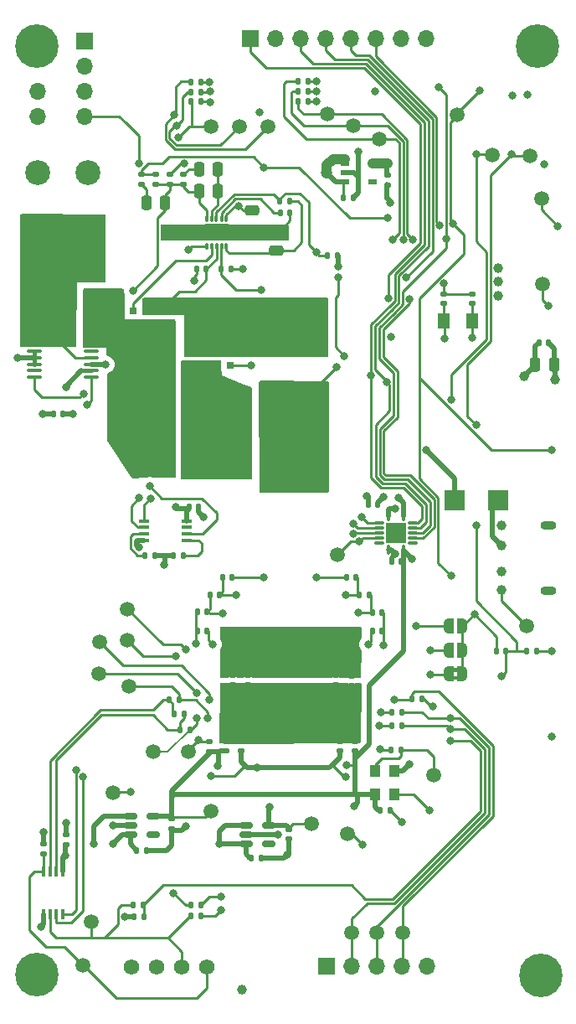
<source format=gbr>
%TF.GenerationSoftware,KiCad,Pcbnew,7.0.6-0*%
%TF.CreationDate,2023-08-11T12:33:22-04:00*%
%TF.ProjectId,bitaxeMax,62697461-7865-44d6-9178-2e6b69636164,rev?*%
%TF.SameCoordinates,Original*%
%TF.FileFunction,Copper,L1,Top*%
%TF.FilePolarity,Positive*%
%FSLAX46Y46*%
G04 Gerber Fmt 4.6, Leading zero omitted, Abs format (unit mm)*
G04 Created by KiCad (PCBNEW 7.0.6-0) date 2023-08-11 12:33:22*
%MOMM*%
%LPD*%
G01*
G04 APERTURE LIST*
G04 Aperture macros list*
%AMRoundRect*
0 Rectangle with rounded corners*
0 $1 Rounding radius*
0 $2 $3 $4 $5 $6 $7 $8 $9 X,Y pos of 4 corners*
0 Add a 4 corners polygon primitive as box body*
4,1,4,$2,$3,$4,$5,$6,$7,$8,$9,$2,$3,0*
0 Add four circle primitives for the rounded corners*
1,1,$1+$1,$2,$3*
1,1,$1+$1,$4,$5*
1,1,$1+$1,$6,$7*
1,1,$1+$1,$8,$9*
0 Add four rect primitives between the rounded corners*
20,1,$1+$1,$2,$3,$4,$5,0*
20,1,$1+$1,$4,$5,$6,$7,0*
20,1,$1+$1,$6,$7,$8,$9,0*
20,1,$1+$1,$8,$9,$2,$3,0*%
%AMFreePoly0*
4,1,19,0.500000,-0.750000,0.000000,-0.750000,0.000000,-0.744911,-0.071157,-0.744911,-0.207708,-0.704816,-0.327430,-0.627875,-0.420627,-0.520320,-0.479746,-0.390866,-0.500000,-0.250000,-0.500000,0.250000,-0.479746,0.390866,-0.420627,0.520320,-0.327430,0.627875,-0.207708,0.704816,-0.071157,0.744911,0.000000,0.744911,0.000000,0.750000,0.500000,0.750000,0.500000,-0.750000,0.500000,-0.750000,
$1*%
%AMFreePoly1*
4,1,19,0.000000,0.744911,0.071157,0.744911,0.207708,0.704816,0.327430,0.627875,0.420627,0.520320,0.479746,0.390866,0.500000,0.250000,0.500000,-0.250000,0.479746,-0.390866,0.420627,-0.520320,0.327430,-0.627875,0.207708,-0.704816,0.071157,-0.744911,0.000000,-0.744911,0.000000,-0.750000,-0.500000,-0.750000,-0.500000,0.750000,0.000000,0.750000,0.000000,0.744911,0.000000,0.744911,
$1*%
%AMFreePoly2*
4,1,35,0.005000,-4.560000,0.003536,-4.563536,0.000000,-4.565000,-5.000000,-4.565000,-5.003536,-4.563536,-5.005000,-4.560000,-5.005000,-3.898000,-5.003536,-3.894464,-5.000000,-3.893000,-4.325000,-3.893000,-4.325000,-3.269700,-5.000000,-3.269700,-5.003536,-3.268236,-5.005000,-3.264700,-5.005000,-2.599700,-5.003536,-2.596164,-5.000000,-2.594700,-4.325000,-2.594700,-4.325000,-1.971400,-5.000000,-1.971400,
-5.003536,-1.969936,-5.005000,-1.966400,-5.005000,-1.301400,-5.003536,-1.297864,-5.000000,-1.296400,-4.325000,-1.296400,-4.325000,-0.673100,-5.000000,-0.673100,-5.003536,-0.671636,-5.005000,-0.668100,-5.005000,0.000000,-5.003536,0.003536,-5.000000,0.005000,0.005000,0.005000,0.005000,-4.560000,0.005000,-4.560000,$1*%
%AMFreePoly3*
4,1,45,-0.199646,1.700354,-0.199500,1.700000,-0.199500,1.200500,0.199500,1.200500,0.199500,1.700000,0.199646,1.700354,0.200000,1.700500,0.450000,1.700500,0.450354,1.700354,0.450500,1.700000,0.450500,1.200500,0.825000,1.200500,0.825354,1.200354,0.825500,1.200000,0.825500,-1.200000,0.825354,-1.200354,0.825000,-1.200500,0.450500,-1.200500,0.450500,-1.700000,0.450354,-1.700354,
0.450000,-1.700500,0.200000,-1.700500,0.199646,-1.700354,0.199500,-1.700000,0.199500,-1.200500,-0.199500,-1.200500,-0.199500,-1.700000,-0.199646,-1.700354,-0.200000,-1.700500,-0.450000,-1.700500,-0.450354,-1.700354,-0.450500,-1.700000,-0.450500,-1.200500,-0.825000,-1.200500,-0.825354,-1.200354,-0.825500,-1.200000,-0.825500,1.200000,-0.825354,1.200354,-0.825000,1.200500,-0.450500,1.200500,
-0.450500,1.700000,-0.450354,1.700354,-0.450000,1.700500,-0.200000,1.700500,-0.199646,1.700354,-0.199646,1.700354,$1*%
G04 Aperture macros list end*
%TA.AperFunction,SMDPad,CuDef*%
%ADD10RoundRect,0.135000X-0.135000X-0.185000X0.135000X-0.185000X0.135000X0.185000X-0.135000X0.185000X0*%
%TD*%
%TA.AperFunction,SMDPad,CuDef*%
%ADD11RoundRect,0.250000X0.475000X-0.250000X0.475000X0.250000X-0.475000X0.250000X-0.475000X-0.250000X0*%
%TD*%
%TA.AperFunction,SMDPad,CuDef*%
%ADD12RoundRect,0.140000X0.140000X0.170000X-0.140000X0.170000X-0.140000X-0.170000X0.140000X-0.170000X0*%
%TD*%
%TA.AperFunction,SMDPad,CuDef*%
%ADD13RoundRect,0.100000X-0.637500X-0.100000X0.637500X-0.100000X0.637500X0.100000X-0.637500X0.100000X0*%
%TD*%
%TA.AperFunction,SMDPad,CuDef*%
%ADD14RoundRect,0.140000X-0.170000X0.140000X-0.170000X-0.140000X0.170000X-0.140000X0.170000X0.140000X0*%
%TD*%
%TA.AperFunction,SMDPad,CuDef*%
%ADD15R,2.000000X2.000000*%
%TD*%
%TA.AperFunction,SMDPad,CuDef*%
%ADD16RoundRect,0.135000X-0.185000X0.135000X-0.185000X-0.135000X0.185000X-0.135000X0.185000X0.135000X0*%
%TD*%
%TA.AperFunction,SMDPad,CuDef*%
%ADD17C,1.500000*%
%TD*%
%TA.AperFunction,SMDPad,CuDef*%
%ADD18RoundRect,0.250000X0.250000X0.475000X-0.250000X0.475000X-0.250000X-0.475000X0.250000X-0.475000X0*%
%TD*%
%TA.AperFunction,SMDPad,CuDef*%
%ADD19FreePoly0,180.000000*%
%TD*%
%TA.AperFunction,SMDPad,CuDef*%
%ADD20FreePoly1,180.000000*%
%TD*%
%TA.AperFunction,SMDPad,CuDef*%
%ADD21RoundRect,0.135000X0.135000X0.185000X-0.135000X0.185000X-0.135000X-0.185000X0.135000X-0.185000X0*%
%TD*%
%TA.AperFunction,SMDPad,CuDef*%
%ADD22RoundRect,0.250000X-0.475000X0.250000X-0.475000X-0.250000X0.475000X-0.250000X0.475000X0.250000X0*%
%TD*%
%TA.AperFunction,SMDPad,CuDef*%
%ADD23RoundRect,0.250000X-0.250000X-0.475000X0.250000X-0.475000X0.250000X0.475000X-0.250000X0.475000X0*%
%TD*%
%TA.AperFunction,SMDPad,CuDef*%
%ADD24R,1.168400X1.600200*%
%TD*%
%TA.AperFunction,SMDPad,CuDef*%
%ADD25RoundRect,0.150000X-0.512500X-0.150000X0.512500X-0.150000X0.512500X0.150000X-0.512500X0.150000X0*%
%TD*%
%TA.AperFunction,SMDPad,CuDef*%
%ADD26RoundRect,0.140000X0.170000X-0.140000X0.170000X0.140000X-0.170000X0.140000X-0.170000X-0.140000X0*%
%TD*%
%TA.AperFunction,SMDPad,CuDef*%
%ADD27R,0.400000X1.100000*%
%TD*%
%TA.AperFunction,SMDPad,CuDef*%
%ADD28RoundRect,0.140000X-0.140000X-0.170000X0.140000X-0.170000X0.140000X0.170000X-0.140000X0.170000X0*%
%TD*%
%TA.AperFunction,ComponentPad*%
%ADD29O,1.700000X1.700000*%
%TD*%
%TA.AperFunction,SMDPad,CuDef*%
%ADD30RoundRect,0.007800X-0.122200X0.442200X-0.122200X-0.442200X0.122200X-0.442200X0.122200X0.442200X0*%
%TD*%
%TA.AperFunction,SMDPad,CuDef*%
%ADD31RoundRect,0.007800X-0.442200X-0.122200X0.442200X-0.122200X0.442200X0.122200X-0.442200X0.122200X0*%
%TD*%
%TA.AperFunction,SMDPad,CuDef*%
%ADD32R,2.050000X2.050000*%
%TD*%
%TA.AperFunction,ComponentPad*%
%ADD33C,0.500000*%
%TD*%
%TA.AperFunction,SMDPad,CuDef*%
%ADD34R,3.100000X2.000000*%
%TD*%
%TA.AperFunction,SMDPad,CuDef*%
%ADD35RoundRect,0.135000X0.185000X-0.135000X0.185000X0.135000X-0.185000X0.135000X-0.185000X-0.135000X0*%
%TD*%
%TA.AperFunction,ComponentPad*%
%ADD36C,0.700000*%
%TD*%
%TA.AperFunction,ComponentPad*%
%ADD37C,4.400000*%
%TD*%
%TA.AperFunction,SMDPad,CuDef*%
%ADD38R,1.100000X0.400000*%
%TD*%
%TA.AperFunction,SMDPad,CuDef*%
%ADD39RoundRect,0.250000X-1.025000X0.875000X-1.025000X-0.875000X1.025000X-0.875000X1.025000X0.875000X0*%
%TD*%
%TA.AperFunction,SMDPad,CuDef*%
%ADD40R,0.700000X0.800000*%
%TD*%
%TA.AperFunction,SMDPad,CuDef*%
%ADD41FreePoly2,270.000000*%
%TD*%
%TA.AperFunction,SMDPad,CuDef*%
%ADD42RoundRect,0.007874X-0.112126X0.292126X-0.112126X-0.292126X0.112126X-0.292126X0.112126X0.292126X0*%
%TD*%
%TA.AperFunction,ComponentPad*%
%ADD43C,0.400000*%
%TD*%
%TA.AperFunction,SMDPad,CuDef*%
%ADD44FreePoly3,270.000000*%
%TD*%
%TA.AperFunction,SMDPad,CuDef*%
%ADD45R,1.600000X2.700000*%
%TD*%
%TA.AperFunction,SMDPad,CuDef*%
%ADD46FreePoly2,90.000000*%
%TD*%
%TA.AperFunction,SMDPad,CuDef*%
%ADD47RoundRect,0.250000X-0.325000X-1.100000X0.325000X-1.100000X0.325000X1.100000X-0.325000X1.100000X0*%
%TD*%
%TA.AperFunction,SMDPad,CuDef*%
%ADD48R,1.100000X1.300000*%
%TD*%
%TA.AperFunction,SMDPad,CuDef*%
%ADD49RoundRect,0.250000X0.325000X0.650000X-0.325000X0.650000X-0.325000X-0.650000X0.325000X-0.650000X0*%
%TD*%
%TA.AperFunction,SMDPad,CuDef*%
%ADD50R,0.952500X0.558800*%
%TD*%
%TA.AperFunction,ComponentPad*%
%ADD51C,1.574800*%
%TD*%
%TA.AperFunction,ComponentPad*%
%ADD52R,1.700000X1.700000*%
%TD*%
%TA.AperFunction,ComponentPad*%
%ADD53C,2.520000*%
%TD*%
%TA.AperFunction,ComponentPad*%
%ADD54O,1.600200X0.914400*%
%TD*%
%TA.AperFunction,ViaPad*%
%ADD55C,0.800000*%
%TD*%
%TA.AperFunction,ViaPad*%
%ADD56C,1.000000*%
%TD*%
%TA.AperFunction,ViaPad*%
%ADD57C,1.200000*%
%TD*%
%TA.AperFunction,Conductor*%
%ADD58C,0.508000*%
%TD*%
%TA.AperFunction,Conductor*%
%ADD59C,0.254000*%
%TD*%
%TA.AperFunction,Conductor*%
%ADD60C,0.400000*%
%TD*%
%TA.AperFunction,Conductor*%
%ADD61C,1.000000*%
%TD*%
%TA.AperFunction,Conductor*%
%ADD62C,0.200000*%
%TD*%
G04 APERTURE END LIST*
%TA.AperFunction,EtchedComponent*%
%TO.C,JP3*%
G36*
X122610000Y-114630000D02*
G01*
X122110000Y-114630000D01*
X122110000Y-114230000D01*
X122610000Y-114230000D01*
X122610000Y-114630000D01*
G37*
%TD.AperFunction*%
%TA.AperFunction,EtchedComponent*%
G36*
X122610000Y-113830000D02*
G01*
X122110000Y-113830000D01*
X122110000Y-113430000D01*
X122610000Y-113430000D01*
X122610000Y-113830000D01*
G37*
%TD.AperFunction*%
%TD*%
D10*
%TO.P,R26,1*%
%TO.N,/ESP32/LEDX_G*%
X95600000Y-55220000D03*
%TO.P,R26,2*%
%TO.N,Net-(U4-GA)*%
X96620000Y-55220000D03*
%TD*%
D11*
%TO.P,C43,1*%
%TO.N,Net-(U9-BP)*%
X104265600Y-71247800D03*
%TO.P,C43,2*%
%TO.N,GND*%
X104265600Y-69347800D03*
%TD*%
D12*
%TO.P,C19,1*%
%TO.N,/BM1397/1V8*%
X116860000Y-102703600D03*
%TO.P,C19,2*%
%TO.N,GND*%
X115900000Y-102703600D03*
%TD*%
D13*
%TO.P,U8,1,IN+*%
%TO.N,/Power/VIN*%
X79777500Y-79495000D03*
%TO.P,U8,2,IN+*%
X79777500Y-80145000D03*
%TO.P,U8,3,IN+*%
X79777500Y-80795000D03*
%TO.P,U8,4,A1*%
%TO.N,GND*%
X79777500Y-81445000D03*
%TO.P,U8,5,A0*%
X79777500Y-82095000D03*
%TO.P,U8,6,GND*%
X79777500Y-82745000D03*
%TO.P,U8,7,ALERT*%
%TO.N,unconnected-(U8-ALERT-Pad7)*%
X79777500Y-83395000D03*
%TO.P,U8,8,SDA*%
%TO.N,/SDA*%
X79777500Y-84045000D03*
%TO.P,U8,9,SCL*%
%TO.N,/SCL*%
X85502500Y-84045000D03*
%TO.P,U8,10,VS*%
%TO.N,/3V3*%
X85502500Y-83395000D03*
%TO.P,U8,11,GND*%
%TO.N,GND*%
X85502500Y-82745000D03*
%TO.P,U8,12,VBUS*%
%TO.N,/Power/VIN*%
X85502500Y-82095000D03*
%TO.P,U8,13,NC*%
%TO.N,unconnected-(U8-NC-Pad13)*%
X85502500Y-81445000D03*
%TO.P,U8,14,IN-*%
%TO.N,/5V*%
X85502500Y-80795000D03*
%TO.P,U8,15,IN-*%
X85502500Y-80145000D03*
%TO.P,U8,16,IN-*%
X85502500Y-79495000D03*
%TD*%
D14*
%TO.P,C7,1*%
%TO.N,/VDD*%
X99820000Y-114150000D03*
%TO.P,C7,2*%
%TO.N,GND*%
X99820000Y-115110000D03*
%TD*%
D15*
%TO.P,D1,1*%
%TO.N,/5V*%
X122260000Y-96520000D03*
%TO.P,D1,2*%
%TO.N,Net-(USB1-VBUS)*%
X126660000Y-96520000D03*
%TD*%
D10*
%TO.P,R7,1,1*%
%TO.N,Net-(U7-DN)*%
X93400000Y-116670000D03*
%TO.P,R7,2,2*%
%TO.N,/TEMP_N*%
X94420000Y-116670000D03*
%TD*%
D16*
%TO.P,R13,1*%
%TO.N,/VDD*%
X90649600Y-63569000D03*
%TO.P,R13,2*%
%TO.N,Net-(C45-Pad1)*%
X90649600Y-64589000D03*
%TD*%
D17*
%TO.P,TP26,1,1*%
%TO.N,/ESP32/LEDX_G*%
X100520000Y-58700000D03*
%TD*%
D12*
%TO.P,C1,1*%
%TO.N,GND*%
X115730000Y-127810000D03*
%TO.P,C1,2*%
%TO.N,/BM1397/1V8*%
X114770000Y-127810000D03*
%TD*%
D18*
%TO.P,C41,1*%
%TO.N,Net-(U9-COMP)*%
X98355400Y-63005800D03*
%TO.P,C41,2*%
%TO.N,Net-(C41-Pad2)*%
X96455400Y-63005800D03*
%TD*%
D17*
%TO.P,TP19,1,1*%
%TO.N,/3V3*%
X131156000Y-74610000D03*
%TD*%
D19*
%TO.P,JP2,1,A*%
%TO.N,GND*%
X123010000Y-111640000D03*
D20*
%TO.P,JP2,2,B*%
%TO.N,Net-(IC1-ADDR1)*%
X121710000Y-111640000D03*
%TD*%
D21*
%TO.P,R1,1*%
%TO.N,GND*%
X119000000Y-116520000D03*
%TO.P,R1,2*%
%TO.N,/BM1397/RST_N*%
X117980000Y-116520000D03*
%TD*%
D12*
%TO.P,C3,1*%
%TO.N,Net-(IC1-VDD1_0)*%
X114920000Y-107790000D03*
%TO.P,C3,2*%
%TO.N,Net-(IC1-VDD2_0)*%
X113960000Y-107790000D03*
%TD*%
D22*
%TO.P,C38,1*%
%TO.N,/5V*%
X101783000Y-67211600D03*
%TO.P,C38,2*%
%TO.N,GND*%
X101783000Y-69111600D03*
%TD*%
D17*
%TO.P,TP5,1,1*%
%TO.N,GND*%
X111440000Y-130160000D03*
%TD*%
D10*
%TO.P,R27,1*%
%TO.N,/ESP32/LEDZ_G*%
X106450000Y-55180000D03*
%TO.P,R27,2*%
%TO.N,Net-(U13-GA)*%
X107470000Y-55180000D03*
%TD*%
D14*
%TO.P,C25,1*%
%TO.N,/BM1397/0V8*%
X105540000Y-129760000D03*
%TO.P,C25,2*%
%TO.N,GND*%
X105540000Y-130720000D03*
%TD*%
D23*
%TO.P,C45,1*%
%TO.N,Net-(C45-Pad1)*%
X91120000Y-66420000D03*
%TO.P,C45,2*%
%TO.N,/Power/OUT0*%
X93020000Y-66420000D03*
%TD*%
D24*
%TO.P,Y1,1,1*%
%TO.N,/ESP32/XIN32*%
X124017400Y-78349000D03*
%TO.P,Y1,2,2*%
%TO.N,/ESP32/XOUT32*%
X121172600Y-78349000D03*
%TD*%
D17*
%TO.P,TP16,1,1*%
%TO.N,/Fan/FAN_TACH*%
X85570000Y-139110000D03*
%TD*%
%TO.P,TP15,1,1*%
%TO.N,/Fan/FAN_PWM*%
X84690000Y-143470000D03*
%TD*%
D25*
%TO.P,U5,1,VIN*%
%TO.N,/5V*%
X89482500Y-128390000D03*
%TO.P,U5,2,GND*%
%TO.N,GND*%
X89482500Y-129340000D03*
%TO.P,U5,3,EN*%
%TO.N,/5V*%
X89482500Y-130290000D03*
%TO.P,U5,4,PG*%
%TO.N,unconnected-(U5-PG-Pad4)*%
X91757500Y-130290000D03*
%TO.P,U5,5,VOUT*%
%TO.N,/BM1397/1V8*%
X91757500Y-128390000D03*
%TD*%
D23*
%TO.P,C51,1*%
%TO.N,/3V3*%
X130440000Y-82740000D03*
%TO.P,C51,2*%
%TO.N,GND*%
X132340000Y-82740000D03*
%TD*%
D17*
%TO.P,TP23,1,1*%
%TO.N,/ESP32/IO0*%
X122556000Y-57528000D03*
%TD*%
D16*
%TO.P,R6,1*%
%TO.N,Net-(IC1-RI)*%
X97500000Y-120830000D03*
%TO.P,R6,2*%
%TO.N,/BM1397/1V8*%
X97500000Y-121850000D03*
%TD*%
D17*
%TO.P,TP30,1,1*%
%TO.N,/ESP32/LEDZ_B*%
X114630000Y-59948000D03*
%TD*%
D25*
%TO.P,U6,1,VIN*%
%TO.N,/5V*%
X101182500Y-129290000D03*
%TO.P,U6,2,GND*%
%TO.N,GND*%
X101182500Y-130240000D03*
%TO.P,U6,3,EN*%
%TO.N,/5V*%
X101182500Y-131190000D03*
%TO.P,U6,4,PG*%
%TO.N,unconnected-(U6-PG-Pad4)*%
X103457500Y-131190000D03*
%TO.P,U6,5,VOUT*%
%TO.N,/BM1397/0V8*%
X103457500Y-129290000D03*
%TD*%
D17*
%TO.P,TP31,1,1*%
%TO.N,GND*%
X129540000Y-109220000D03*
%TD*%
D12*
%TO.P,C50,1*%
%TO.N,/ESP32/EN*%
X127480000Y-111760000D03*
%TO.P,C50,2*%
%TO.N,GND*%
X126520000Y-111760000D03*
%TD*%
D26*
%TO.P,C4,1*%
%TO.N,/BM1397/0V8*%
X110660000Y-121800000D03*
%TO.P,C4,2*%
%TO.N,GND*%
X110660000Y-120840000D03*
%TD*%
D27*
%TO.P,U7,1,VDD*%
%TO.N,/3V3*%
X82655000Y-134030000D03*
%TO.P,U7,2,DP*%
%TO.N,Net-(U7-DP)*%
X82005000Y-134030000D03*
%TO.P,U7,3,DN*%
%TO.N,Net-(U7-DN)*%
X81355000Y-134030000D03*
%TO.P,U7,4,FAN*%
%TO.N,/Fan/FAN_PWM*%
X80705000Y-134030000D03*
%TO.P,U7,5,GND*%
%TO.N,GND*%
X80705000Y-138330000D03*
%TO.P,U7,6,ALERT/TACH*%
%TO.N,/Fan/FAN_TACH*%
X81355000Y-138330000D03*
%TO.P,U7,7,SMDATA*%
%TO.N,/SDA*%
X82005000Y-138330000D03*
%TO.P,U7,8,SMCLK*%
%TO.N,/SCL*%
X82655000Y-138330000D03*
%TD*%
D12*
%TO.P,C12,1*%
%TO.N,/VDD*%
X99780000Y-104240000D03*
%TO.P,C12,2*%
%TO.N,Net-(IC1-VDD3_1)*%
X98820000Y-104240000D03*
%TD*%
D28*
%TO.P,C52,1*%
%TO.N,/3V3*%
X130790000Y-80550000D03*
%TO.P,C52,2*%
%TO.N,GND*%
X131750000Y-80550000D03*
%TD*%
D19*
%TO.P,JP3,1,A*%
%TO.N,GND*%
X123010000Y-114030000D03*
D20*
%TO.P,JP3,2,B*%
%TO.N,Net-(IC1-ADDR2)*%
X121710000Y-114030000D03*
%TD*%
D10*
%TO.P,R29,1*%
%TO.N,/ESP32/LEDZ_R*%
X106450000Y-56190000D03*
%TO.P,R29,2*%
%TO.N,Net-(U13-RA)*%
X107470000Y-56190000D03*
%TD*%
D26*
%TO.P,C30,1*%
%TO.N,/ESP32/XIN32*%
X124043000Y-76576000D03*
%TO.P,C30,2*%
%TO.N,GND*%
X124043000Y-75616000D03*
%TD*%
D29*
%TO.P,,*%
%TO.N,GND*%
X80110000Y-55129000D03*
%TD*%
D30*
%TO.P,U2,1,VCCA*%
%TO.N,/BM1397/1V8*%
X115580000Y-98098600D03*
D31*
%TO.P,U2,2,A1*%
%TO.N,/BM1397/RO*%
X114645000Y-98783600D03*
%TO.P,U2,3,A2*%
%TO.N,/BM1397/CI*%
X114645000Y-99283600D03*
%TO.P,U2,4,A3*%
%TO.N,/BM1397/RST_N*%
X114645000Y-99783600D03*
%TO.P,U2,5,A4*%
%TO.N,/BM1397/BM_BI*%
X114645000Y-100283600D03*
%TO.P,U2,6*%
%TO.N,N/C*%
X114645000Y-100783600D03*
D30*
%TO.P,U2,7,GND*%
%TO.N,GND*%
X115580000Y-101468600D03*
%TO.P,U2,8,OE*%
%TO.N,/BM1397/1V8*%
X117080000Y-101468600D03*
D31*
%TO.P,U2,9*%
%TO.N,N/C*%
X118015000Y-100783600D03*
%TO.P,U2,10,B4*%
%TO.N,/BI*%
X118015000Y-100283600D03*
%TO.P,U2,11,B3*%
%TO.N,/RST*%
X118015000Y-99783600D03*
%TO.P,U2,12,B2*%
%TO.N,/TX*%
X118015000Y-99283600D03*
%TO.P,U2,13,B1*%
%TO.N,/RX*%
X118015000Y-98783600D03*
D30*
%TO.P,U2,14,VCCB*%
%TO.N,/3V3*%
X117080000Y-98098600D03*
D32*
%TO.P,U2,15,GND*%
%TO.N,GND*%
X116330000Y-99783600D03*
D33*
%TO.P,U2,16,GND*%
X116830000Y-99283600D03*
%TO.P,U2,17,GND*%
X116830000Y-100283600D03*
%TO.P,U2,18,GND*%
X115830000Y-100283600D03*
%TO.P,U2,19,GND*%
X115830000Y-99283600D03*
%TD*%
D16*
%TO.P,R10,1*%
%TO.N,Net-(C41-Pad2)*%
X94828800Y-63573600D03*
%TO.P,R10,2*%
%TO.N,/Power/OUT0*%
X94828800Y-64593600D03*
%TD*%
D17*
%TO.P,TP17,1,1*%
%TO.N,/ESP32/EN*%
X131044000Y-65978000D03*
%TD*%
D34*
%TO.P,L1,1,1*%
%TO.N,/Power/SW*%
X106000600Y-77761400D03*
%TO.P,L1,2,2*%
%TO.N,/VDD*%
X106000600Y-86081400D03*
%TD*%
D35*
%TO.P,R15,1*%
%TO.N,/Power/OUT0*%
X93465000Y-64589000D03*
%TO.P,R15,2*%
%TO.N,GND*%
X93465000Y-63569000D03*
%TD*%
D17*
%TO.P,TP29,1,1*%
%TO.N,/ESP32/LEDZ_G*%
X112020000Y-58630000D03*
%TD*%
D12*
%TO.P,C15,1*%
%TO.N,Net-(IC1-VDD3_1)*%
X98490000Y-106040000D03*
%TO.P,C15,2*%
%TO.N,Net-(IC1-VDD2_1)*%
X97530000Y-106040000D03*
%TD*%
D17*
%TO.P,TP32,1,1*%
%TO.N,Net-(IC1-RI)*%
X95310000Y-121910000D03*
%TD*%
D36*
%TO.P,H4,1*%
%TO.N,N/C*%
X78337000Y-50603000D03*
X78820274Y-49436274D03*
X78820274Y-51769726D03*
X79987000Y-48953000D03*
D37*
X79987000Y-50603000D03*
D36*
X79987000Y-52253000D03*
X81153726Y-49436274D03*
X81153726Y-51769726D03*
X81637000Y-50603000D03*
%TD*%
D21*
%TO.P,R16,1*%
%TO.N,Net-(U10-FS0)*%
X94840000Y-102040000D03*
%TO.P,R16,2*%
%TO.N,GND*%
X93820000Y-102040000D03*
%TD*%
D17*
%TO.P,TP28,1,1*%
%TO.N,/ESP32/LEDZ_R*%
X109370000Y-57428000D03*
%TD*%
D12*
%TO.P,C32,1*%
%TO.N,Net-(U7-DP)*%
X94900000Y-118050000D03*
%TO.P,C32,2*%
%TO.N,Net-(U7-DN)*%
X93940000Y-118050000D03*
%TD*%
D26*
%TO.P,C16,1*%
%TO.N,/BM1397/0V8*%
X100710000Y-121800000D03*
%TO.P,C16,2*%
%TO.N,GND*%
X100710000Y-120840000D03*
%TD*%
D21*
%TO.P,R3,1*%
%TO.N,/BM1397/RO*%
X116920000Y-117890000D03*
%TO.P,R3,2*%
%TO.N,Net-(IC1-RO)*%
X115900000Y-117890000D03*
%TD*%
D14*
%TO.P,C49,1*%
%TO.N,/3V3*%
X115489000Y-63645000D03*
%TO.P,C49,2*%
%TO.N,GND*%
X115489000Y-64605000D03*
%TD*%
D36*
%TO.P,H3,1*%
%TO.N,N/C*%
X129330000Y-144470000D03*
X129813274Y-143303274D03*
X129813274Y-145636726D03*
X130980000Y-142820000D03*
D37*
X130980000Y-144470000D03*
D36*
X130980000Y-146120000D03*
X132146726Y-143303274D03*
X132146726Y-145636726D03*
X132630000Y-144470000D03*
%TD*%
D17*
%TO.P,TP12,1,1*%
%TO.N,/TEMP_N*%
X89350000Y-115300000D03*
%TD*%
D28*
%TO.P,C18,1*%
%TO.N,Net-(IC1-VDD1_1)*%
X96250000Y-109680000D03*
%TO.P,C18,2*%
%TO.N,GND*%
X97210000Y-109680000D03*
%TD*%
D17*
%TO.P,TP18,1,1*%
%TO.N,/ESP32/P_TX*%
X129881000Y-61664000D03*
%TD*%
D18*
%TO.P,C40,1*%
%TO.N,Net-(U9-COMP)*%
X98333000Y-65268000D03*
%TO.P,C40,2*%
%TO.N,/Power/OUT0*%
X96433000Y-65268000D03*
%TD*%
D38*
%TO.P,U10,1,SDA*%
%TO.N,/SDA*%
X90890000Y-98565000D03*
%TO.P,U10,2,SCL*%
%TO.N,/SCL*%
X90890000Y-99215000D03*
%TO.P,U10,3,FS1*%
%TO.N,Net-(U10-FS1)*%
X90890000Y-99865000D03*
%TO.P,U10,4,GND*%
%TO.N,GND*%
X90890000Y-100515000D03*
%TO.P,U10,5,FS0*%
%TO.N,Net-(U10-FS0)*%
X95190000Y-100515000D03*
%TO.P,U10,6,OUT0*%
%TO.N,/Power/OUT0*%
X95190000Y-99865000D03*
%TO.P,U10,7,OUT1*%
%TO.N,/Power/OUT1*%
X95190000Y-99215000D03*
%TO.P,U10,8,VCC*%
%TO.N,/3V3*%
X95190000Y-98565000D03*
%TD*%
D28*
%TO.P,C39,1*%
%TO.N,Net-(U9-SS)*%
X104635400Y-67480800D03*
%TO.P,C39,2*%
%TO.N,GND*%
X105595400Y-67480800D03*
%TD*%
D26*
%TO.P,C31,1*%
%TO.N,/ESP32/XOUT32*%
X121159000Y-76585000D03*
%TO.P,C31,2*%
%TO.N,GND*%
X121159000Y-75625000D03*
%TD*%
D17*
%TO.P,TP8,1,1*%
%TO.N,Net-(IC1-CO)*%
X86310000Y-114030000D03*
%TD*%
%TO.P,TP24,1,1*%
%TO.N,/BM1397/BM_BI*%
X110430000Y-101963600D03*
%TD*%
D12*
%TO.P,C35,1*%
%TO.N,/3V3*%
X82650000Y-87720000D03*
%TO.P,C35,2*%
%TO.N,GND*%
X81690000Y-87720000D03*
%TD*%
D17*
%TO.P,TP6,1,1*%
%TO.N,Net-(IC1-BO)*%
X89200000Y-107450000D03*
%TD*%
D14*
%TO.P,C10,1*%
%TO.N,/VDD*%
X110280000Y-114170000D03*
%TO.P,C10,2*%
%TO.N,GND*%
X110280000Y-115130000D03*
%TD*%
D17*
%TO.P,TP27,1,1*%
%TO.N,/ESP32/LEDX_B*%
X103400000Y-58710000D03*
%TD*%
D14*
%TO.P,C11,1*%
%TO.N,/VDD*%
X101370000Y-114140000D03*
%TO.P,C11,2*%
%TO.N,GND*%
X101370000Y-115100000D03*
%TD*%
D16*
%TO.P,R14,1*%
%TO.N,/VDD*%
X92057300Y-63569000D03*
%TO.P,R14,2*%
%TO.N,/Power/OUT0*%
X92057300Y-64589000D03*
%TD*%
D10*
%TO.P,R11,1*%
%TO.N,/Power/PGOOD*%
X104604000Y-66292000D03*
%TO.P,R11,2*%
%TO.N,Net-(U9-BP)*%
X105624000Y-66292000D03*
%TD*%
D26*
%TO.P,C14,1*%
%TO.N,/BM1397/1V8*%
X99190000Y-121800000D03*
%TO.P,C14,2*%
%TO.N,GND*%
X99190000Y-120840000D03*
%TD*%
D36*
%TO.P,H2,1*%
%TO.N,N/C*%
X129033000Y-50604000D03*
X129516274Y-49437274D03*
X129516274Y-51770726D03*
X130683000Y-48954000D03*
D37*
X130683000Y-50604000D03*
D36*
X130683000Y-52254000D03*
X131849726Y-49437274D03*
X131849726Y-51770726D03*
X132333000Y-50604000D03*
%TD*%
D39*
%TO.P,C13,1*%
%TO.N,/VDD*%
X105600000Y-111360000D03*
%TO.P,C13,2*%
%TO.N,GND*%
X105600000Y-117760000D03*
%TD*%
D36*
%TO.P,H1,1*%
%TO.N,N/C*%
X78370000Y-144380000D03*
X78853274Y-143213274D03*
X78853274Y-145546726D03*
X80020000Y-142730000D03*
D37*
X80020000Y-144380000D03*
D36*
X80020000Y-146030000D03*
X81186726Y-143213274D03*
X81186726Y-145546726D03*
X81670000Y-144380000D03*
%TD*%
D17*
%TO.P,TP11,1,1*%
%TO.N,/TEMP_P*%
X91810000Y-121920000D03*
%TD*%
D40*
%TO.P,Q2,1*%
%TO.N,GND*%
X95751600Y-82862700D03*
%TO.P,Q2,2*%
X97049900Y-82862700D03*
%TO.P,Q2,3,S*%
X98313300Y-82862700D03*
%TO.P,Q2,4,G*%
%TO.N,Net-(Q2-G)*%
X99611600Y-82862700D03*
D41*
%TO.P,Q2,5,D*%
%TO.N,/Power/SW*%
X99961600Y-81957700D03*
%TD*%
D17*
%TO.P,TP1,1,1*%
%TO.N,Net-(U1-OUT)*%
X120190000Y-124230000D03*
%TD*%
D26*
%TO.P,C33,1*%
%TO.N,/3V3*%
X82970000Y-131240000D03*
%TO.P,C33,2*%
%TO.N,GND*%
X82970000Y-130280000D03*
%TD*%
D17*
%TO.P,TP3,1,1*%
%TO.N,/BM1397/RO*%
X114410000Y-140150000D03*
%TD*%
D28*
%TO.P,C44,1*%
%TO.N,/3V3*%
X95450000Y-97140000D03*
%TO.P,C44,2*%
%TO.N,GND*%
X96410000Y-97140000D03*
%TD*%
D42*
%TO.P,U9,1,VDD*%
%TO.N,/5V*%
X99201691Y-68022200D03*
%TO.P,U9,2,SS*%
%TO.N,Net-(U9-SS)*%
X98701691Y-68022200D03*
%TO.P,U9,3,PGOOD*%
%TO.N,/Power/PGOOD*%
X98171691Y-68022200D03*
%TO.P,U9,4,COMP*%
%TO.N,Net-(U9-COMP)*%
X97701691Y-68022200D03*
%TO.P,U9,5,FB*%
%TO.N,/Power/OUT0*%
X97201691Y-68022200D03*
%TO.P,U9,6,BOOT*%
%TO.N,Net-(U9-BOOT)*%
X97201691Y-70822200D03*
%TO.P,U9,7,HDRV*%
%TO.N,Net-(Q1-G)*%
X97701691Y-70822200D03*
%TO.P,U9,8,SW*%
%TO.N,/Power/SW*%
X98201691Y-70822200D03*
%TO.P,U9,9,LDRV*%
%TO.N,Net-(Q2-G)*%
X98701691Y-70822200D03*
%TO.P,U9,10,BP*%
%TO.N,Net-(U9-BP)*%
X99201691Y-70822200D03*
D43*
%TO.P,U9,11,GND*%
%TO.N,GND*%
X98201691Y-68847200D03*
X99151691Y-69422200D03*
D44*
X98201691Y-69422200D03*
D43*
X97251691Y-69422200D03*
X98201691Y-69997200D03*
%TD*%
D10*
%TO.P,R36,1*%
%TO.N,/Fan/FAN_TACH*%
X95580000Y-138500000D03*
%TO.P,R36,2*%
%TO.N,/3V3*%
X96600000Y-138500000D03*
%TD*%
D17*
%TO.P,TP25,1,1*%
%TO.N,/ESP32/LEDX_R*%
X97680000Y-58680000D03*
%TD*%
D28*
%TO.P,C22,1*%
%TO.N,/5V*%
X90120000Y-131850000D03*
%TO.P,C22,2*%
%TO.N,GND*%
X91080000Y-131850000D03*
%TD*%
D12*
%TO.P,C6,1*%
%TO.N,Net-(IC1-VDD2_0)*%
X113620000Y-106030000D03*
%TO.P,C6,2*%
%TO.N,Net-(IC1-VDD3_0)*%
X112660000Y-106030000D03*
%TD*%
D45*
%TO.P,C46,1*%
%TO.N,/VDD*%
X103851600Y-89640200D03*
%TO.P,C46,2*%
%TO.N,GND*%
X100851600Y-89640200D03*
%TD*%
D40*
%TO.P,Q1,1*%
%TO.N,/Power/SW*%
X93649887Y-77313864D03*
%TO.P,Q1,2*%
X92351587Y-77313864D03*
%TO.P,Q1,3,S*%
X91088187Y-77313864D03*
%TO.P,Q1,4,G*%
%TO.N,Net-(Q1-G)*%
X89789887Y-77313864D03*
D46*
%TO.P,Q1,5,D*%
%TO.N,/5V*%
X89439887Y-78218864D03*
%TD*%
D10*
%TO.P,R25,1*%
%TO.N,GND*%
X89810000Y-138540000D03*
%TO.P,R25,2*%
%TO.N,/ESP32/FAN_ALERT*%
X90830000Y-138540000D03*
%TD*%
D17*
%TO.P,TP10,1,1*%
%TO.N,Net-(IC1-PIN_MODE)*%
X87760000Y-126010000D03*
%TD*%
D10*
%TO.P,R17,1*%
%TO.N,Net-(U10-FS1)*%
X90910000Y-102040000D03*
%TO.P,R17,2*%
%TO.N,GND*%
X91930000Y-102040000D03*
%TD*%
D28*
%TO.P,C42,1*%
%TO.N,Net-(U9-BOOT)*%
X96189800Y-73128000D03*
%TO.P,C42,2*%
%TO.N,/Power/SW*%
X97149800Y-73128000D03*
%TD*%
D21*
%TO.P,R20,1*%
%TO.N,/3V3*%
X130560000Y-111760000D03*
%TO.P,R20,2*%
%TO.N,/ESP32/EN*%
X129540000Y-111760000D03*
%TD*%
D17*
%TO.P,TP7,1,1*%
%TO.N,Net-(IC1-NRSTO)*%
X89180000Y-110620000D03*
%TD*%
D47*
%TO.P,C34,1*%
%TO.N,/5V*%
X92806600Y-85970200D03*
%TO.P,C34,2*%
%TO.N,GND*%
X95756600Y-85970200D03*
%TD*%
D17*
%TO.P,TP4,1,1*%
%TO.N,/BM1397/RST_N*%
X117040000Y-140190000D03*
%TD*%
D48*
%TO.P,U1,1,EN*%
%TO.N,/BM1397/1V8*%
X116140000Y-126170000D03*
%TO.P,U1,2,GND*%
%TO.N,GND*%
X116140000Y-123870000D03*
%TO.P,U1,3,OUT*%
%TO.N,Net-(U1-OUT)*%
X114240000Y-123870000D03*
%TO.P,U1,4,VIN*%
%TO.N,/BM1397/1V8*%
X114240000Y-126170000D03*
%TD*%
D17*
%TO.P,TP13,1,1*%
%TO.N,/BM1397/1V8*%
X97670000Y-127850000D03*
%TD*%
D10*
%TO.P,R12,1*%
%TO.N,Net-(Q2-G)*%
X98650200Y-73123400D03*
%TO.P,R12,2*%
%TO.N,GND*%
X99670200Y-73123400D03*
%TD*%
D21*
%TO.P,R4,1*%
%TO.N,/3V3*%
X110465000Y-71760000D03*
%TO.P,R4,2*%
%TO.N,/Power/PGOOD*%
X109445000Y-71760000D03*
%TD*%
D28*
%TO.P,C2,1*%
%TO.N,GND*%
X113960000Y-109650000D03*
%TO.P,C2,2*%
%TO.N,Net-(IC1-VDD1_0)*%
X114920000Y-109650000D03*
%TD*%
D21*
%TO.P,R24,1*%
%TO.N,/ESP32/FAN_ALERT*%
X90800000Y-137350000D03*
%TO.P,R24,2*%
%TO.N,/Fan/FAN_TACH*%
X89780000Y-137350000D03*
%TD*%
D28*
%TO.P,C23,1*%
%TO.N,/5V*%
X101730000Y-132610000D03*
%TO.P,C23,2*%
%TO.N,GND*%
X102690000Y-132610000D03*
%TD*%
D29*
%TO.P,,*%
%TO.N,/Power/VIN*%
X80110000Y-57669000D03*
%TD*%
D26*
%TO.P,C5,1*%
%TO.N,/BM1397/1V8*%
X112160000Y-121800000D03*
%TO.P,C5,2*%
%TO.N,GND*%
X112160000Y-120840000D03*
%TD*%
D17*
%TO.P,TP9,1,1*%
%TO.N,Net-(IC1-CLKO)*%
X86350000Y-110750000D03*
%TD*%
D21*
%TO.P,R2,1*%
%TO.N,Net-(U1-OUT)*%
X116890000Y-121740000D03*
%TO.P,R2,2*%
%TO.N,/BM1397/BM_CLKI*%
X115870000Y-121740000D03*
%TD*%
D35*
%TO.P,R9,1*%
%TO.N,/Fan/FAN_PWM*%
X80700000Y-132210000D03*
%TO.P,R9,2*%
%TO.N,/3V3*%
X80700000Y-131190000D03*
%TD*%
D12*
%TO.P,C17,1*%
%TO.N,Net-(IC1-VDD2_1)*%
X97210000Y-107780000D03*
%TO.P,C17,2*%
%TO.N,Net-(IC1-VDD1_1)*%
X96250000Y-107780000D03*
%TD*%
D19*
%TO.P,JP1,1,A*%
%TO.N,GND*%
X123010000Y-109220000D03*
D20*
%TO.P,JP1,2,B*%
%TO.N,Net-(IC1-ADDR0)*%
X121710000Y-109220000D03*
%TD*%
D10*
%TO.P,R22,1*%
%TO.N,/ESP32/LEDZ_B*%
X106450000Y-54180000D03*
%TO.P,R22,2*%
%TO.N,Net-(U13-BA)*%
X107470000Y-54180000D03*
%TD*%
D12*
%TO.P,C8,1*%
%TO.N,Net-(IC1-VDD3_0)*%
X112290000Y-104240000D03*
%TO.P,C8,2*%
%TO.N,/VDD*%
X111330000Y-104240000D03*
%TD*%
D28*
%TO.P,C29,1*%
%TO.N,/5V*%
X95640000Y-137410000D03*
%TO.P,C29,2*%
%TO.N,GND*%
X96600000Y-137410000D03*
%TD*%
D17*
%TO.P,TP14,1,1*%
%TO.N,/BM1397/0V8*%
X107830000Y-129200000D03*
%TD*%
D28*
%TO.P,C27,1*%
%TO.N,/5V*%
X111051000Y-65931000D03*
%TO.P,C27,2*%
%TO.N,GND*%
X112011000Y-65931000D03*
%TD*%
D17*
%TO.P,TP22,1,1*%
%TO.N,/ESP32/P_RX*%
X126093000Y-61620000D03*
%TD*%
%TO.P,TP2,1,1*%
%TO.N,/BM1397/CI*%
X111890000Y-140150000D03*
%TD*%
D12*
%TO.P,C20,1*%
%TO.N,/3V3*%
X114490000Y-96873600D03*
%TO.P,C20,2*%
%TO.N,GND*%
X113530000Y-96873600D03*
%TD*%
D10*
%TO.P,R21,1*%
%TO.N,/ESP32/LEDX_B*%
X95600000Y-54220000D03*
%TO.P,R21,2*%
%TO.N,Net-(U4-BA)*%
X96620000Y-54220000D03*
%TD*%
D49*
%TO.P,C47,1*%
%TO.N,/VDD*%
X103786600Y-92610200D03*
%TO.P,C47,2*%
%TO.N,GND*%
X100836600Y-92610200D03*
%TD*%
D14*
%TO.P,C24,1*%
%TO.N,/BM1397/1V8*%
X93630000Y-128670000D03*
%TO.P,C24,2*%
%TO.N,GND*%
X93630000Y-129630000D03*
%TD*%
D21*
%TO.P,R5,1*%
%TO.N,/BM1397/CI*%
X116920000Y-119250000D03*
%TO.P,R5,2*%
%TO.N,Net-(IC1-CI)*%
X115900000Y-119250000D03*
%TD*%
D47*
%TO.P,C36,1*%
%TO.N,/5V*%
X92766600Y-89380200D03*
%TO.P,C36,2*%
%TO.N,GND*%
X95716600Y-89380200D03*
%TD*%
D14*
%TO.P,C9,1*%
%TO.N,/VDD*%
X111870000Y-114230000D03*
%TO.P,C9,2*%
%TO.N,GND*%
X111870000Y-115190000D03*
%TD*%
D50*
%TO.P,U11,1,VIN*%
%TO.N,/5V*%
X111185050Y-62440200D03*
%TO.P,U11,2,GND*%
%TO.N,GND*%
X111185050Y-63380000D03*
%TO.P,U11,3,EN*%
%TO.N,/5V*%
X111185050Y-64319800D03*
%TO.P,U11,4*%
%TO.N,N/C*%
X113940950Y-64319800D03*
%TO.P,U11,5,VOUT*%
%TO.N,/3V3*%
X113940950Y-62440200D03*
%TD*%
D47*
%TO.P,C37,1*%
%TO.N,/5V*%
X92766600Y-92740200D03*
%TO.P,C37,2*%
%TO.N,GND*%
X95716600Y-92740200D03*
%TD*%
D10*
%TO.P,R28,1*%
%TO.N,/ESP32/LEDX_R*%
X95600000Y-56220000D03*
%TO.P,R28,2*%
%TO.N,Net-(U4-RA)*%
X96620000Y-56220000D03*
%TD*%
D21*
%TO.P,R8,1,1*%
%TO.N,/TEMP_P*%
X95500000Y-119670000D03*
%TO.P,R8,2,2*%
%TO.N,Net-(U7-DP)*%
X94480000Y-119670000D03*
%TD*%
D51*
%TO.P,J4,1,Pin_1*%
%TO.N,GND*%
X89621000Y-143622000D03*
%TO.P,J4,2,Pin_2*%
%TO.N,/5V*%
X92161000Y-143622000D03*
%TO.P,J4,3,Pin_3*%
%TO.N,/Fan/FAN_TACH*%
X94701000Y-143622000D03*
%TO.P,J4,4,Pin_4*%
%TO.N,/Fan/FAN_PWM*%
X97241000Y-143622000D03*
%TD*%
D52*
%TO.P,J9,1,Pin_1*%
%TO.N,GND*%
X84859000Y-50049000D03*
D29*
%TO.P,J9,2,Pin_2*%
%TO.N,/3V3*%
X84859000Y-52589000D03*
%TO.P,J9,3,Pin_3*%
%TO.N,/SCL*%
X84859000Y-55129000D03*
%TO.P,J9,4,Pin_4*%
%TO.N,/SDA*%
X84859000Y-57669000D03*
%TD*%
D53*
%TO.P,J2,1,Pin_1*%
%TO.N,GND*%
X85190000Y-63390000D03*
X80110000Y-63390000D03*
%TD*%
%TO.P,J1,1,Pin_1*%
%TO.N,/Power/VIN*%
X85190000Y-70810000D03*
X80110000Y-70810000D03*
%TD*%
D52*
%TO.P,J6,1,Pin_1*%
%TO.N,/BI*%
X101626000Y-49799000D03*
D29*
%TO.P,J6,2,Pin_2*%
%TO.N,/RST*%
X104166000Y-49799000D03*
%TO.P,J6,3,Pin_3*%
%TO.N,/RX*%
X106706000Y-49799000D03*
%TO.P,J6,4,Pin_4*%
%TO.N,/TX*%
X109246000Y-49799000D03*
%TO.P,J6,5,Pin_5*%
%TO.N,/SDA*%
X111786000Y-49799000D03*
%TO.P,J6,6,Pin_6*%
%TO.N,/SCL*%
X114326000Y-49799000D03*
%TO.P,J6,7,Pin_7*%
%TO.N,/3V3*%
X116866000Y-49799000D03*
%TO.P,J6,8,Pin_8*%
%TO.N,GND*%
X119406000Y-49799000D03*
%TD*%
D52*
%TO.P,J7,1,Pin_1*%
%TO.N,/Power/VIN*%
X83000000Y-76540000D03*
D29*
%TO.P,J7,2,Pin_2*%
%TO.N,/5V*%
X85540000Y-76540000D03*
%TD*%
D52*
%TO.P,J3,1,Pin_1*%
%TO.N,/BM1397/1V8*%
X109350000Y-143580000D03*
D29*
%TO.P,J3,2,Pin_2*%
%TO.N,/BM1397/CI*%
X111890000Y-143580000D03*
%TO.P,J3,3,Pin_3*%
%TO.N,/BM1397/RO*%
X114430000Y-143580000D03*
%TO.P,J3,4,Pin_4*%
%TO.N,/BM1397/RST_N*%
X116970000Y-143580000D03*
%TO.P,J3,5,Pin_5*%
%TO.N,GND*%
X119510000Y-143580000D03*
%TD*%
D54*
%TO.P,USB1,S_1*%
%TO.N,N/C*%
X131737000Y-99060000D03*
%TO.P,USB1,S_2*%
X131737000Y-105659996D03*
%TD*%
D55*
%TO.N,GND*%
X103110000Y-115590000D03*
X97830000Y-111040000D03*
X80410000Y-139600000D03*
D56*
X127000000Y-105559999D03*
D55*
X78090000Y-82060000D03*
X100850600Y-73131400D03*
X103110000Y-116950000D03*
X116910000Y-128990000D03*
X104630000Y-119670000D03*
D56*
X126719000Y-75842000D03*
X127000000Y-103659998D03*
D55*
X97320000Y-93500000D03*
X131300000Y-62500000D03*
X112980000Y-131260000D03*
X108120000Y-119660000D03*
X97320000Y-87878600D03*
X100580000Y-87270000D03*
X97320000Y-84830000D03*
X98860000Y-84830000D03*
X114230000Y-55160000D03*
X104630000Y-115590000D03*
X98682000Y-136516000D03*
X98860000Y-93500000D03*
X106450000Y-116920000D03*
X128120000Y-55550000D03*
X113540000Y-111040000D03*
X95400600Y-69431400D03*
X106450000Y-119640000D03*
D56*
X100765000Y-145890000D03*
D55*
X94890000Y-62470000D03*
X97320000Y-86310000D03*
X106450000Y-118280000D03*
X80660000Y-87760000D03*
X97320000Y-89650000D03*
X132080000Y-120380000D03*
D56*
X126719000Y-74372000D03*
D55*
X103110000Y-119670000D03*
X90360055Y-101249945D03*
X88908900Y-138550000D03*
X98860000Y-91520000D03*
X117730000Y-123190000D03*
X104630000Y-118310000D03*
X121210000Y-74547000D03*
X120110000Y-117300000D03*
X98860000Y-86310000D03*
X97320000Y-91520000D03*
X102570000Y-57250000D03*
X87764000Y-129341000D03*
X115749000Y-66446000D03*
X113410000Y-96043600D03*
X112512000Y-61250000D03*
X106450000Y-115560000D03*
X95110000Y-129400000D03*
X98860000Y-89650000D03*
X104630000Y-116950000D03*
X86970000Y-82770000D03*
D56*
X126719000Y-73012000D03*
D55*
X105330000Y-132320000D03*
X104430000Y-130240000D03*
X108120000Y-115580000D03*
D56*
X132450000Y-84290000D03*
D55*
X124308576Y-108035637D03*
X108120000Y-118300000D03*
X108120000Y-116940000D03*
X98860000Y-87878600D03*
X103110000Y-118310000D03*
X116274100Y-101933600D03*
X83001194Y-129118806D03*
X96840000Y-98140000D03*
X92910000Y-102990000D03*
D56*
X127000000Y-99060000D03*
D55*
X100580000Y-85521400D03*
%TO.N,/BM1397/1V8*%
X116260000Y-97313600D03*
X119760000Y-127770000D03*
X117940000Y-102413600D03*
X112130000Y-127390000D03*
X111380000Y-123250000D03*
X98320000Y-123300000D03*
%TO.N,/BM1397/0V8*%
X111240000Y-124400000D03*
X97650000Y-124350000D03*
X102260000Y-123530000D03*
X103530000Y-127490000D03*
%TO.N,/VDD*%
X110361000Y-82986000D03*
X115517000Y-67970000D03*
X103000000Y-104240000D03*
X105152000Y-113890000D03*
D57*
X107870000Y-90540000D03*
X107910000Y-92670000D03*
D55*
X104126000Y-113110000D03*
X108330000Y-104270000D03*
X108230000Y-113150000D03*
X103100000Y-113900000D03*
X103000000Y-62838100D03*
X107204000Y-113920000D03*
D57*
X107910000Y-94640000D03*
D55*
X106178000Y-113110000D03*
D57*
X105880000Y-90540000D03*
X105880000Y-88500000D03*
X107850000Y-88520000D03*
X105930000Y-94670000D03*
X105900000Y-92650000D03*
D55*
%TO.N,/ESP32/EN*%
X127000000Y-114300000D03*
X132665000Y-68760000D03*
X124460000Y-99060000D03*
%TO.N,/5V*%
X85750000Y-131200000D03*
X100470000Y-66770000D03*
X93869000Y-136167000D03*
X87748000Y-131214000D03*
X119380000Y-91440000D03*
D57*
X109323000Y-63360000D03*
D55*
X98450000Y-131200000D03*
%TO.N,/3V3*%
X115457000Y-62413000D03*
X115060000Y-96153600D03*
X129610000Y-55490000D03*
D56*
X129310000Y-83980000D03*
D55*
X115840000Y-79945000D03*
X110536000Y-72864000D03*
X131744000Y-76848000D03*
X98662000Y-137914100D03*
X116600000Y-96213600D03*
X83700000Y-87750000D03*
X80676100Y-129980000D03*
X82880000Y-132350000D03*
X94100000Y-97190000D03*
X132080000Y-111760000D03*
X82990000Y-85090000D03*
%TO.N,/TX*%
X115412000Y-84554000D03*
%TO.N,/RX*%
X113836000Y-83855000D03*
%TO.N,/BM1397/RST_N*%
X112070000Y-99853600D03*
X116190000Y-116610000D03*
%TO.N,/BM1397/CI*%
X121880000Y-119600000D03*
X112020000Y-98843600D03*
%TO.N,/RST*%
X120676000Y-54726000D03*
X121437000Y-70037900D03*
%TO.N,/BM1397/RO*%
X112870000Y-98163600D03*
X121859000Y-118519000D03*
%TO.N,/TEMP_N*%
X97340000Y-118490000D03*
%TO.N,/TEMP_P*%
X96203000Y-118495000D03*
%TO.N,/SCL*%
X120743000Y-68680100D03*
X85120000Y-86810000D03*
X90390000Y-96230000D03*
X84010000Y-123740000D03*
%TO.N,/Power/OUT0*%
X91440000Y-95040000D03*
X89730000Y-75310000D03*
%TO.N,Net-(IC1-VDD1_0)*%
X115070000Y-111160000D03*
%TO.N,Net-(IC1-VDD2_0)*%
X112530000Y-107800000D03*
%TO.N,Net-(IC1-VDD3_0)*%
X111250000Y-106010000D03*
%TO.N,Net-(IC1-VDD3_1)*%
X100180000Y-106040000D03*
%TO.N,Net-(IC1-VDD2_1)*%
X98850000Y-107880000D03*
%TO.N,Net-(IC1-VDD1_1)*%
X96130000Y-110920000D03*
%TO.N,Net-(U9-BOOT)*%
X95368800Y-71183600D03*
X95958800Y-74273600D03*
%TO.N,Net-(IC1-ADDR0)*%
X118380000Y-109220000D03*
%TO.N,Net-(IC1-ADDR1)*%
X119780000Y-111630000D03*
%TO.N,Net-(IC1-ADDR2)*%
X119790000Y-114060000D03*
%TO.N,Net-(IC1-RO)*%
X114800000Y-117880000D03*
%TO.N,Net-(IC1-CI)*%
X114690000Y-119230000D03*
%TO.N,Net-(IC1-PIN_MODE)*%
X89540000Y-125970000D03*
%TO.N,Net-(IC1-CLKO)*%
X97500000Y-116660000D03*
%TO.N,Net-(IC1-CO)*%
X96180000Y-115958900D03*
%TO.N,Net-(IC1-RI)*%
X96360000Y-120670000D03*
%TO.N,Net-(IC1-NRSTO)*%
X94099000Y-112195000D03*
%TO.N,Net-(IC1-BO)*%
X95116000Y-111529000D03*
%TO.N,/BI*%
X117717100Y-76139000D03*
X115546000Y-76073000D03*
%TO.N,Net-(Q2-G)*%
X101710600Y-82811400D03*
X102700000Y-75260000D03*
%TO.N,Net-(U4-BA)*%
X97500000Y-54210000D03*
%TO.N,Net-(U13-BA)*%
X108340000Y-54180000D03*
%TO.N,/ESP32/P_TX*%
X124460000Y-88900000D03*
X128060000Y-61549000D03*
%TO.N,/ESP32/P_RX*%
X124447000Y-61551000D03*
X121920000Y-86360000D03*
%TO.N,/ESP32/IO0*%
X132080000Y-91440000D03*
X124830000Y-55100000D03*
X121920000Y-104140000D03*
X122113000Y-68573000D03*
%TO.N,/ESP32/XIN32*%
X124019000Y-80080000D03*
%TO.N,Net-(U4-GA)*%
X97520000Y-55200000D03*
%TO.N,/ESP32/XOUT32*%
X121248000Y-80100000D03*
%TO.N,/Power/PGOOD*%
X108278900Y-71440000D03*
%TO.N,Net-(U13-GA)*%
X108320000Y-55170000D03*
%TO.N,Net-(U4-RA)*%
X97540000Y-56230000D03*
%TO.N,/ESP32/LEDX_B*%
X93950000Y-57520000D03*
%TO.N,Net-(U13-RA)*%
X108310000Y-56190000D03*
%TO.N,/ESP32/FAN_ALERT*%
X111108000Y-81876000D03*
X121867000Y-120750000D03*
X110497000Y-73924000D03*
%TO.N,/ESP32/LEDZ_B*%
X116044000Y-70126000D03*
%TO.N,/ESP32/LEDX_G*%
X94129945Y-58660055D03*
%TO.N,/ESP32/LEDZ_G*%
X117097000Y-70138000D03*
%TO.N,/BM1397/BM_BI*%
X112660000Y-100653600D03*
%TO.N,/SDA*%
X84702648Y-124392960D03*
X117403141Y-73987441D03*
X84730000Y-85730000D03*
X91500000Y-96290000D03*
X90357445Y-62412445D03*
%TO.N,/BM1397/BM_CLKI*%
X114720000Y-121640000D03*
%TO.N,/ESP32/LEDX_R*%
X94319890Y-59810110D03*
%TO.N,/ESP32/LEDZ_R*%
X118065584Y-70146474D03*
D56*
%TO.N,Net-(USB1-VBUS)*%
X127000000Y-101059998D03*
%TD*%
D58*
%TO.N,GND*%
X87764000Y-129341000D02*
X87765000Y-129340000D01*
X112513000Y-63759000D02*
X112513000Y-65429000D01*
D59*
X119920000Y-117300000D02*
X119140000Y-116520000D01*
D58*
X112513000Y-65429000D02*
X112011000Y-65931000D01*
X111189050Y-63376000D02*
X111185050Y-63380000D01*
X113530000Y-96873600D02*
X113530000Y-96163600D01*
D59*
X115900000Y-127980000D02*
X116910000Y-128990000D01*
X121159000Y-74598000D02*
X121210000Y-74547000D01*
D58*
X115453000Y-64570000D02*
X115453000Y-65940000D01*
X90890000Y-100515000D02*
X90215000Y-100515000D01*
X93630000Y-131310000D02*
X93630000Y-129800000D01*
D59*
X124224363Y-108035637D02*
X123010000Y-109250000D01*
X111880000Y-130160000D02*
X112980000Y-131260000D01*
X113790000Y-109650000D02*
X113790000Y-110790000D01*
D58*
X80705000Y-138330000D02*
X80705000Y-139305000D01*
X90130000Y-101019890D02*
X90360055Y-101249945D01*
X102860000Y-132610000D02*
X105040000Y-132610000D01*
D59*
X124308576Y-108035637D02*
X126520000Y-110247061D01*
X115900000Y-127810000D02*
X115900000Y-127980000D01*
X97494000Y-136516000D02*
X96600000Y-137410000D01*
X100842600Y-73123400D02*
X100850600Y-73131400D01*
X123010000Y-111640000D02*
X123010000Y-109250000D01*
D58*
X90130000Y-100600000D02*
X90130000Y-101019890D01*
D59*
X121168000Y-75616000D02*
X121159000Y-75625000D01*
D58*
X96400000Y-97700000D02*
X96840000Y-98140000D01*
X82970000Y-129150000D02*
X83001194Y-129118806D01*
X89810000Y-138540000D02*
X88918900Y-138540000D01*
X132450000Y-84290000D02*
X132450000Y-82850000D01*
X93650000Y-131330000D02*
X93630000Y-131310000D01*
X96400000Y-97310000D02*
X96400000Y-97700000D01*
X132450000Y-82850000D02*
X132340000Y-82740000D01*
X78125000Y-82095000D02*
X78090000Y-82060000D01*
D59*
X123010000Y-114030000D02*
X123010000Y-111640000D01*
D58*
X115900000Y-102703600D02*
X115900000Y-102307700D01*
D59*
X94890000Y-62470000D02*
X94564000Y-62470000D01*
X105595400Y-67480800D02*
X105608800Y-67494200D01*
X105608800Y-67494200D02*
X105608800Y-68193600D01*
D58*
X80660000Y-87760000D02*
X80700000Y-87720000D01*
D59*
X124308576Y-108035637D02*
X124224363Y-108035637D01*
D58*
X105540000Y-132110000D02*
X105540000Y-130890000D01*
D59*
X127000000Y-106680000D02*
X127000000Y-105559999D01*
D58*
X80705000Y-139305000D02*
X80410000Y-139600000D01*
X112513000Y-63759000D02*
X112513000Y-61251000D01*
X92940000Y-102960000D02*
X92910000Y-102990000D01*
D59*
X121159000Y-75625000D02*
X121159000Y-74598000D01*
X97380000Y-109680000D02*
X97380000Y-110590000D01*
D58*
X101182500Y-130240000D02*
X104430000Y-130240000D01*
X105040000Y-132610000D02*
X105540000Y-132110000D01*
X115453000Y-65940000D02*
X115433000Y-65960000D01*
X82970000Y-130280000D02*
X82970000Y-129150000D01*
X80700000Y-87720000D02*
X81690000Y-87720000D01*
X112130000Y-63376000D02*
X111189050Y-63376000D01*
X86945000Y-82745000D02*
X86970000Y-82770000D01*
X115580000Y-101468600D02*
X115809100Y-101468600D01*
X113530000Y-96163600D02*
X113410000Y-96043600D01*
X92940000Y-102040000D02*
X92940000Y-102960000D01*
X91930000Y-102040000D02*
X92940000Y-102040000D01*
D59*
X97380000Y-110590000D02*
X97830000Y-111040000D01*
D58*
X115749000Y-66236000D02*
X115749000Y-66446000D01*
X115809100Y-101468600D02*
X116274100Y-101933600D01*
D59*
X129540000Y-109220000D02*
X127000000Y-106680000D01*
X113790000Y-110790000D02*
X113540000Y-111040000D01*
D58*
X87765000Y-129340000D02*
X89482500Y-129340000D01*
X93630000Y-129800000D02*
X94710000Y-129800000D01*
D59*
X126520000Y-110247061D02*
X126520000Y-111760000D01*
D58*
X117050000Y-123870000D02*
X117730000Y-123190000D01*
D59*
X111440000Y-130160000D02*
X111880000Y-130160000D01*
D58*
X90215000Y-100515000D02*
X90130000Y-100600000D01*
X115900000Y-102307700D02*
X116274100Y-101933600D01*
D59*
X94564000Y-62470000D02*
X93465000Y-63569000D01*
D58*
X79777500Y-82095000D02*
X78125000Y-82095000D01*
X112513000Y-61251000D02*
X112512000Y-61250000D01*
X92940000Y-102040000D02*
X93820000Y-102040000D01*
D59*
X99670200Y-73123400D02*
X100842600Y-73123400D01*
D60*
X79777500Y-81445000D02*
X79777500Y-82095000D01*
D59*
X98682000Y-136516000D02*
X97494000Y-136516000D01*
D58*
X91250000Y-131850000D02*
X93130000Y-131850000D01*
X132340000Y-82740000D02*
X132340000Y-81140000D01*
X88918900Y-138540000D02*
X88908900Y-138550000D01*
X112513000Y-63759000D02*
X112130000Y-63376000D01*
D60*
X79777500Y-82745000D02*
X79777500Y-82095000D01*
D58*
X85502500Y-82745000D02*
X86945000Y-82745000D01*
D59*
X120110000Y-117300000D02*
X119920000Y-117300000D01*
D58*
X132340000Y-81140000D02*
X131750000Y-80550000D01*
D59*
X105608800Y-68193600D02*
X104454600Y-69347800D01*
X104454600Y-69347800D02*
X104265600Y-69347800D01*
D58*
X116140000Y-123870000D02*
X117050000Y-123870000D01*
X94710000Y-129800000D02*
X95110000Y-129400000D01*
X93130000Y-131850000D02*
X93650000Y-131330000D01*
X115453000Y-65940000D02*
X115749000Y-66236000D01*
D59*
X124043000Y-75616000D02*
X121168000Y-75616000D01*
%TO.N,/Power/VIN*%
X83935000Y-82095000D02*
X82635000Y-80795000D01*
X82635000Y-80795000D02*
X79777500Y-80795000D01*
X85502500Y-82095000D02*
X83935000Y-82095000D01*
D58*
%TO.N,/BM1397/1V8*%
X91757500Y-128390000D02*
X93520000Y-128390000D01*
X113630000Y-115160000D02*
X113630000Y-121090000D01*
D59*
X111380000Y-123250000D02*
X112100000Y-123250000D01*
D58*
X112160000Y-123190000D02*
X112160000Y-126110000D01*
X93630000Y-128500000D02*
X93630000Y-126480000D01*
X116260000Y-97313600D02*
X115680000Y-97313600D01*
X112160000Y-122560000D02*
X112160000Y-123190000D01*
X93630000Y-126480000D02*
X93940000Y-126170000D01*
X98360000Y-121990000D02*
X98360000Y-123260000D01*
X98530000Y-121820000D02*
X99040000Y-121820000D01*
X93520000Y-128390000D02*
X93630000Y-128500000D01*
D59*
X97020000Y-128500000D02*
X93630000Y-128500000D01*
D58*
X93630000Y-126480000D02*
X93630000Y-125860000D01*
X112480000Y-127040000D02*
X112130000Y-127390000D01*
X112480000Y-126170000D02*
X112480000Y-127040000D01*
X93630000Y-125860000D02*
X97640000Y-121850000D01*
X97640000Y-121850000D02*
X98220000Y-121850000D01*
X114600000Y-127810000D02*
X114250000Y-127460000D01*
X115580000Y-97413600D02*
X115580000Y-98098600D01*
X98220000Y-121850000D02*
X98360000Y-121990000D01*
X98360000Y-123260000D02*
X98320000Y-123300000D01*
D59*
X112100000Y-123250000D02*
X112160000Y-123190000D01*
D58*
X93940000Y-126170000D02*
X112100000Y-126170000D01*
X117080000Y-101553600D02*
X117940000Y-102413600D01*
X114250000Y-126180000D02*
X114240000Y-126170000D01*
X117080000Y-101468600D02*
X117080000Y-111710000D01*
X98360000Y-121990000D02*
X98530000Y-121820000D01*
X117080000Y-111710000D02*
X113630000Y-115160000D01*
X114250000Y-127460000D02*
X114250000Y-126180000D01*
D59*
X97670000Y-127850000D02*
X97020000Y-128500000D01*
D58*
X112100000Y-126170000D02*
X112480000Y-126170000D01*
X115680000Y-97313600D02*
X115580000Y-97413600D01*
X117080000Y-101468600D02*
X117080000Y-101553600D01*
X112160000Y-126110000D02*
X112100000Y-126170000D01*
X112160000Y-121970000D02*
X112160000Y-122560000D01*
X113630000Y-121090000D02*
X112160000Y-122560000D01*
D59*
X118160000Y-126170000D02*
X119760000Y-127770000D01*
X116140000Y-126170000D02*
X118160000Y-126170000D01*
D58*
X112480000Y-126170000D02*
X114240000Y-126170000D01*
D59*
%TO.N,/BM1397/0V8*%
X100965000Y-123405000D02*
X100965000Y-123175000D01*
X105930000Y-129200000D02*
X105540000Y-129590000D01*
X107830000Y-129200000D02*
X105930000Y-129200000D01*
D58*
X102260000Y-123530000D02*
X109600000Y-123530000D01*
X110660000Y-122470000D02*
X110660000Y-121970000D01*
X109895000Y-123235000D02*
X110660000Y-122470000D01*
X103457500Y-129290000D02*
X103457500Y-127562500D01*
X100710000Y-122920000D02*
X100710000Y-121970000D01*
D59*
X100020000Y-124350000D02*
X100965000Y-123405000D01*
D58*
X109600000Y-123530000D02*
X109895000Y-123235000D01*
X105240000Y-129290000D02*
X105540000Y-129590000D01*
X103457500Y-129290000D02*
X105240000Y-129290000D01*
D59*
X111060000Y-124400000D02*
X109895000Y-123235000D01*
D58*
X103457500Y-127562500D02*
X103530000Y-127490000D01*
D59*
X111240000Y-124400000D02*
X111060000Y-124400000D01*
D58*
X102260000Y-123530000D02*
X101320000Y-123530000D01*
X101320000Y-123530000D02*
X100965000Y-123175000D01*
D59*
X97650000Y-124350000D02*
X100020000Y-124350000D01*
D58*
X100965000Y-123175000D02*
X100710000Y-122920000D01*
D59*
%TO.N,/VDD*%
X90649600Y-63569000D02*
X92057300Y-63569000D01*
X93398900Y-61790600D02*
X101952500Y-61790600D01*
X91260500Y-62469500D02*
X92720000Y-62469500D01*
X106442000Y-85640000D02*
X106000600Y-86081400D01*
X115511867Y-67975133D02*
X111680133Y-67975133D01*
X90649600Y-63080400D02*
X91260500Y-62469500D01*
X108360000Y-104240000D02*
X111160000Y-104240000D01*
X115517000Y-67970000D02*
X115511867Y-67975133D01*
X107707000Y-85640000D02*
X106442000Y-85640000D01*
X106543100Y-62838100D02*
X103000000Y-62838100D01*
X103000000Y-104240000D02*
X99950000Y-104240000D01*
X110361000Y-82986000D02*
X107707000Y-85640000D01*
X90649600Y-63080400D02*
X90649600Y-63569000D01*
X90683000Y-63535600D02*
X90649600Y-63569000D01*
X90649600Y-63569000D02*
X90640600Y-63560000D01*
X92720000Y-62469500D02*
X93398900Y-61790600D01*
X108330000Y-104270000D02*
X108360000Y-104240000D01*
X101952500Y-61790600D02*
X103000000Y-62838100D01*
X111680133Y-67975133D02*
X106543100Y-62838100D01*
%TO.N,/ESP32/EN*%
X127480000Y-113820000D02*
X127000000Y-114300000D01*
X131044000Y-65978000D02*
X131044000Y-67139000D01*
X127480000Y-111760000D02*
X129540000Y-111760000D01*
X128540000Y-110760000D02*
X128540000Y-111760000D01*
X124460000Y-99060000D02*
X124460000Y-106680000D01*
X131044000Y-67139000D02*
X132665000Y-68760000D01*
X124460000Y-106680000D02*
X128540000Y-110760000D01*
X127480000Y-111760000D02*
X127480000Y-113820000D01*
%TO.N,/5V*%
X111051000Y-64453850D02*
X111185050Y-64319800D01*
D58*
X99110000Y-129300000D02*
X98450000Y-129960000D01*
X86760000Y-128390000D02*
X85750000Y-129400000D01*
X101182500Y-129290000D02*
X100683811Y-129290000D01*
D59*
X93869000Y-136167000D02*
X95112000Y-137410000D01*
D58*
X111185050Y-64319800D02*
X110282800Y-64319800D01*
X100683811Y-129290000D02*
X100673811Y-129300000D01*
X122260000Y-96520000D02*
X122260000Y-94320000D01*
D61*
X109323000Y-63360000D02*
X109323000Y-62650000D01*
D58*
X90120000Y-131850000D02*
X89482500Y-131212500D01*
X98460000Y-131190000D02*
X98450000Y-131200000D01*
D61*
X109323000Y-62650000D02*
X109971000Y-62002000D01*
D59*
X100077600Y-66770000D02*
X99201691Y-67645909D01*
D58*
X85750000Y-129400000D02*
X85750000Y-131200000D01*
X87748000Y-131214000D02*
X88672000Y-130290000D01*
D59*
X100470000Y-66770000D02*
X100077600Y-66770000D01*
X99201691Y-67645909D02*
X99201691Y-68022200D01*
D58*
X98450000Y-129960000D02*
X98450000Y-131200000D01*
X89482500Y-131212500D02*
X89482500Y-130290000D01*
D59*
X100911600Y-67211600D02*
X101783000Y-67211600D01*
D58*
X100673811Y-129300000D02*
X99110000Y-129300000D01*
X122260000Y-94320000D02*
X119380000Y-91440000D01*
X101182500Y-131190000D02*
X98460000Y-131190000D01*
D59*
X111051000Y-65931000D02*
X111051000Y-64453850D01*
X95112000Y-137410000D02*
X95640000Y-137410000D01*
D58*
X110282800Y-64319800D02*
X110028000Y-64065000D01*
X88672000Y-130290000D02*
X89482500Y-130290000D01*
X89482500Y-128390000D02*
X86760000Y-128390000D01*
X101182500Y-131190000D02*
X101182500Y-132232500D01*
D61*
X109971000Y-62002000D02*
X111205000Y-62002000D01*
D58*
X110028000Y-64065000D02*
X109323000Y-63360000D01*
D59*
X100470000Y-66770000D02*
X100911600Y-67211600D01*
D58*
X101182500Y-132232500D02*
X101560000Y-132610000D01*
%TO.N,/3V3*%
X80676100Y-129980000D02*
X80700000Y-130003900D01*
X83700000Y-87750000D02*
X83670000Y-87720000D01*
X95440000Y-97310000D02*
X94220000Y-97310000D01*
X130440000Y-82850000D02*
X129310000Y-83980000D01*
X117080000Y-96693600D02*
X116600000Y-96213600D01*
D59*
X98076100Y-138500000D02*
X96600000Y-138500000D01*
D58*
X110536000Y-71796000D02*
X110500000Y-71760000D01*
X95190000Y-98565000D02*
X95190000Y-97560000D01*
X82990000Y-85090000D02*
X82990000Y-84925000D01*
X130440000Y-80900000D02*
X130440000Y-82740000D01*
D59*
X131156000Y-76260000D02*
X131744000Y-76848000D01*
D58*
X83670000Y-87720000D02*
X82650000Y-87720000D01*
X82880000Y-132350000D02*
X82880000Y-131330000D01*
X115453000Y-63610000D02*
X115453000Y-62480000D01*
D59*
X132080000Y-111760000D02*
X130560000Y-111760000D01*
D61*
X113940950Y-62440200D02*
X115492800Y-62440200D01*
D58*
X94220000Y-97310000D02*
X94100000Y-97190000D01*
D61*
X115492800Y-62440200D02*
X115493000Y-62440000D01*
D58*
X130440000Y-82740000D02*
X130440000Y-82850000D01*
X82990000Y-84925000D02*
X84520000Y-83395000D01*
X114490000Y-96723600D02*
X115060000Y-96153600D01*
D59*
X131156000Y-74610000D02*
X131156000Y-76260000D01*
D58*
X110536000Y-72864000D02*
X110536000Y-71796000D01*
D59*
X98662000Y-137914100D02*
X98076100Y-138500000D01*
D58*
X130790000Y-80550000D02*
X130440000Y-80900000D01*
X95190000Y-97560000D02*
X95440000Y-97310000D01*
X80700000Y-130003900D02*
X80700000Y-131190000D01*
D60*
X84520000Y-83395000D02*
X85502500Y-83395000D01*
D58*
X115453000Y-62480000D02*
X115493000Y-62440000D01*
X82655000Y-134030000D02*
X82655000Y-132575000D01*
X117080000Y-98098600D02*
X117080000Y-96693600D01*
X82655000Y-132575000D02*
X82880000Y-132350000D01*
X114490000Y-96873600D02*
X114490000Y-96723600D01*
X82880000Y-131330000D02*
X82970000Y-131240000D01*
D59*
%TO.N,/TX*%
X114300000Y-88842000D02*
X114300000Y-94113600D01*
X110170000Y-51943000D02*
X109246000Y-51019000D01*
X115995753Y-77158800D02*
X116631800Y-76522753D01*
X114242400Y-78908336D02*
X115991936Y-77158800D01*
X109246000Y-51019000D02*
X109246000Y-49799000D01*
X114979200Y-94792800D02*
X117279200Y-94792800D01*
X115991936Y-77158800D02*
X115995753Y-77158800D01*
X115412000Y-84554000D02*
X115691000Y-84833000D01*
X113488528Y-51943000D02*
X110170000Y-51943000D01*
X119402200Y-98661400D02*
X118780000Y-99283600D01*
X115412000Y-84470183D02*
X114242400Y-83300583D01*
X119642800Y-70787672D02*
X119642800Y-58097272D01*
X117279200Y-94792800D02*
X119402200Y-96915800D01*
X118780000Y-99283600D02*
X118015000Y-99283600D01*
X119642800Y-58097272D02*
X113488528Y-51943000D01*
X119402200Y-96915800D02*
X119402200Y-98661400D01*
X116631800Y-76522753D02*
X116631800Y-73798672D01*
X115412000Y-84554000D02*
X115412000Y-84470183D01*
X115691000Y-87451000D02*
X114300000Y-88842000D01*
X114300000Y-94113600D02*
X114979200Y-94792800D01*
X114242400Y-83300583D02*
X114242400Y-78908336D01*
X116631800Y-73798672D02*
X119642800Y-70787672D01*
X115691000Y-84833000D02*
X115691000Y-87451000D01*
%TO.N,/RX*%
X115827417Y-76752400D02*
X116225400Y-76354417D01*
X107984400Y-52349400D02*
X106706000Y-51071000D01*
X118995800Y-97084136D02*
X118995800Y-98327800D01*
X119236400Y-58265608D02*
X113320192Y-52349400D01*
X113836000Y-83855000D02*
X113836000Y-78740000D01*
X106706000Y-51071000D02*
X106706000Y-49799000D01*
X118995800Y-98327800D02*
X118540000Y-98783600D01*
X115823600Y-76752400D02*
X115827417Y-76752400D01*
X117110864Y-95199200D02*
X118995800Y-97084136D01*
X116225400Y-76354417D02*
X116225400Y-73630336D01*
X114810864Y-95199200D02*
X117110864Y-95199200D01*
X113836000Y-94224336D02*
X114810864Y-95199200D01*
X113836000Y-78740000D02*
X115823600Y-76752400D01*
X118540000Y-98783600D02*
X118015000Y-98783600D01*
X119236400Y-70619336D02*
X119236400Y-58265608D01*
X113836000Y-83855000D02*
X113836000Y-94224336D01*
X113320192Y-52349400D02*
X107984400Y-52349400D01*
X116225400Y-73630336D02*
X119236400Y-70619336D01*
%TO.N,/BM1397/RST_N*%
X117980000Y-116050000D02*
X117980000Y-116520000D01*
X117040000Y-137488115D02*
X126160000Y-128368115D01*
X117040000Y-140190000D02*
X117040000Y-137488115D01*
X126160000Y-128368115D02*
X126160000Y-121280000D01*
X112070000Y-99853600D02*
X112140000Y-99783600D01*
X112140000Y-99783600D02*
X114645000Y-99783600D01*
X116190000Y-116610000D02*
X117840000Y-116610000D01*
X126160000Y-121280000D02*
X120671089Y-115791089D01*
X120671089Y-115791089D02*
X118238911Y-115791089D01*
X118238911Y-115791089D02*
X117980000Y-116050000D01*
X117040000Y-143510000D02*
X116970000Y-143580000D01*
X117040000Y-140190000D02*
X117040000Y-143510000D01*
%TO.N,/BM1397/CI*%
X123330528Y-119600000D02*
X125343600Y-121613072D01*
X113460000Y-137190000D02*
X111890000Y-138760000D01*
X125343600Y-128036400D02*
X116190000Y-137190000D01*
X121880000Y-119600000D02*
X123330528Y-119600000D01*
X111890000Y-143580000D02*
X111890000Y-140150000D01*
X116190000Y-137190000D02*
X113460000Y-137190000D01*
X125343600Y-121613072D02*
X125343600Y-128036400D01*
X112020000Y-98843600D02*
X112460000Y-99283600D01*
X121880000Y-119600000D02*
X121530000Y-119250000D01*
X121530000Y-119250000D02*
X116920000Y-119250000D01*
X111890000Y-138760000D02*
X111890000Y-140150000D01*
X112460000Y-99283600D02*
X114645000Y-99283600D01*
%TO.N,/RST*%
X119020000Y-99783600D02*
X119808600Y-98995000D01*
X119808600Y-98995000D02*
X119808600Y-96672200D01*
X116097400Y-83619664D02*
X114648800Y-82171064D01*
X118015000Y-99783600D02*
X119020000Y-99783600D01*
X117522800Y-94386400D02*
X115192800Y-94386400D01*
X119808600Y-96672200D02*
X117522800Y-94386400D01*
X115192800Y-94386400D02*
X114706400Y-93900000D01*
X117038200Y-75368800D02*
X121422400Y-70984600D01*
X116164089Y-77565200D02*
X117038200Y-76691089D01*
X116097400Y-87915400D02*
X116097400Y-83619664D01*
X121422400Y-70984600D02*
X121422400Y-55472400D01*
X117038200Y-76691089D02*
X117038200Y-75368800D01*
X116160272Y-77565200D02*
X116164089Y-77565200D01*
X114648800Y-79076672D02*
X116160272Y-77565200D01*
X121422400Y-55472400D02*
X120676000Y-54726000D01*
X114706400Y-93900000D02*
X114706400Y-89306400D01*
X114706400Y-89306400D02*
X116097400Y-87915400D01*
X114648800Y-82171064D02*
X114648800Y-79076672D01*
%TO.N,/BM1397/RO*%
X113490000Y-98783600D02*
X114645000Y-98783600D01*
X119623000Y-118503000D02*
X119010000Y-117890000D01*
X114410000Y-143560000D02*
X114430000Y-143580000D01*
X125750000Y-128204058D02*
X125750000Y-121444736D01*
X114410000Y-140150000D02*
X114410000Y-143560000D01*
X114410000Y-139544058D02*
X125750000Y-128204058D01*
X114410000Y-140150000D02*
X114410000Y-139544058D01*
X125750000Y-121444736D02*
X122808264Y-118503000D01*
X119010000Y-117890000D02*
X116920000Y-117890000D01*
X122808264Y-118503000D02*
X119623000Y-118503000D01*
X112870000Y-98163600D02*
X113490000Y-98783600D01*
%TO.N,/TEMP_N*%
X94420000Y-116030000D02*
X93690000Y-115300000D01*
X93690000Y-115300000D02*
X89350000Y-115300000D01*
X97340000Y-118490000D02*
X97340000Y-117910000D01*
X97340000Y-117910000D02*
X96100000Y-116670000D01*
X94420000Y-116670000D02*
X94420000Y-116030000D01*
X96100000Y-116670000D02*
X94420000Y-116670000D01*
D62*
%TO.N,/TEMP_P*%
X93250000Y-121920000D02*
X95500000Y-119670000D01*
D59*
X96203000Y-118495000D02*
X96203000Y-119077000D01*
X95610000Y-119670000D02*
X95500000Y-119670000D01*
D62*
X91810000Y-121920000D02*
X93250000Y-121920000D01*
D59*
X96203000Y-119077000D02*
X95610000Y-119670000D01*
%TO.N,/Fan/FAN_TACH*%
X95580000Y-138500000D02*
X95490000Y-138500000D01*
X81355000Y-140115000D02*
X81950000Y-140710000D01*
X81950000Y-140710000D02*
X85500000Y-140710000D01*
X85500000Y-140710000D02*
X86870000Y-140710000D01*
X88230000Y-137720000D02*
X88600000Y-137350000D01*
X93280000Y-140710000D02*
X86870000Y-140710000D01*
X85570000Y-140640000D02*
X85500000Y-140710000D01*
X88230000Y-139350000D02*
X88230000Y-137720000D01*
X86870000Y-140710000D02*
X88230000Y-139350000D01*
X95490000Y-138500000D02*
X93280000Y-140710000D01*
X94701000Y-143622000D02*
X94701000Y-142131000D01*
X94701000Y-142131000D02*
X93280000Y-140710000D01*
X85570000Y-139110000D02*
X85570000Y-140640000D01*
X81355000Y-138330000D02*
X81355000Y-140115000D01*
X88600000Y-137350000D02*
X89780000Y-137350000D01*
%TO.N,/SCL*%
X114326000Y-51631000D02*
X114326000Y-49799000D01*
X89580000Y-97040000D02*
X89580000Y-98563800D01*
X89580000Y-98563800D02*
X90231200Y-99215000D01*
X120455600Y-68392700D02*
X120455600Y-57760600D01*
X120743000Y-68680100D02*
X120455600Y-68392700D01*
X85502500Y-86427500D02*
X85502500Y-84045000D01*
X85120000Y-86810000D02*
X85502500Y-86427500D01*
X90390000Y-96230000D02*
X89580000Y-97040000D01*
X120455600Y-57760600D02*
X114326000Y-51631000D01*
X90231200Y-99215000D02*
X90890000Y-99215000D01*
X83920000Y-137990000D02*
X84010000Y-137900000D01*
X83580000Y-138330000D02*
X83920000Y-137990000D01*
X82655000Y-138330000D02*
X83580000Y-138330000D01*
X84010000Y-137900000D02*
X84010000Y-123740000D01*
%TO.N,/Fan/FAN_PWM*%
X79280000Y-139929000D02*
X79280000Y-134530000D01*
X80700000Y-132210000D02*
X80700000Y-134025000D01*
X97241000Y-145797000D02*
X97241000Y-143622000D01*
X79780000Y-134030000D02*
X80705000Y-134030000D01*
X80941000Y-141590000D02*
X79280000Y-139929000D01*
X84770000Y-143483000D02*
X88093702Y-146806702D01*
X88093702Y-146806702D02*
X96231298Y-146806702D01*
X84690000Y-143470000D02*
X82810000Y-141590000D01*
X80700000Y-134025000D02*
X80705000Y-134030000D01*
X79280000Y-134530000D02*
X79780000Y-134030000D01*
X96231298Y-146806702D02*
X97241000Y-145797000D01*
X82810000Y-141590000D02*
X80941000Y-141590000D01*
%TO.N,/Power/OUT0*%
X94828800Y-64783600D02*
X95328800Y-65283600D01*
X89730000Y-75310000D02*
X92240000Y-72800000D01*
X93020000Y-67160000D02*
X93020000Y-66420000D01*
X96775000Y-99865000D02*
X95190000Y-99865000D01*
X98240000Y-98400000D02*
X96775000Y-99865000D01*
X94824200Y-64589000D02*
X94828800Y-64593600D01*
X94828800Y-64593600D02*
X94828800Y-64783600D01*
X92680000Y-96280000D02*
X96740000Y-96280000D01*
X91440000Y-95040000D02*
X92680000Y-96280000D01*
X97201691Y-68022200D02*
X97201691Y-67199891D01*
X92240000Y-67940000D02*
X93020000Y-67160000D01*
X93490000Y-65190000D02*
X93020000Y-65660000D01*
X93465000Y-64589000D02*
X94824200Y-64589000D01*
X92142800Y-64555600D02*
X93462400Y-64555600D01*
X97201691Y-67199891D02*
X96433000Y-66431200D01*
X93490000Y-64583200D02*
X93490000Y-65190000D01*
X96433000Y-66431200D02*
X96433000Y-65268000D01*
X96740000Y-96280000D02*
X98240000Y-97780000D01*
X92240000Y-72800000D02*
X92240000Y-67940000D01*
X96417400Y-65283600D02*
X96433000Y-65268000D01*
X93462400Y-64555600D02*
X93490000Y-64583200D01*
X98240000Y-97780000D02*
X98240000Y-98400000D01*
X95328800Y-65283600D02*
X96417400Y-65283600D01*
X93020000Y-65660000D02*
X93020000Y-66420000D01*
%TO.N,/Power/SW*%
X97149800Y-74232200D02*
X96002000Y-75380000D01*
X96002000Y-75380000D02*
X94420000Y-75380000D01*
X98201691Y-70822200D02*
X98201691Y-72076109D01*
X93649887Y-76150113D02*
X93649887Y-77313864D01*
X98201691Y-72076109D02*
X97149800Y-73128000D01*
X94420000Y-75380000D02*
X93649887Y-76150113D01*
X97149800Y-73128000D02*
X97149800Y-74232200D01*
%TO.N,Net-(IC1-VDD1_0)*%
X115090000Y-109650000D02*
X115090000Y-107790000D01*
X115070000Y-111160000D02*
X115070000Y-109670000D01*
X115070000Y-109670000D02*
X115090000Y-109650000D01*
%TO.N,Net-(IC1-VDD2_0)*%
X112530000Y-107800000D02*
X113780000Y-107800000D01*
X113790000Y-107790000D02*
X113790000Y-106030000D01*
X113780000Y-107800000D02*
X113790000Y-107790000D01*
%TO.N,Net-(IC1-VDD3_0)*%
X112470000Y-106010000D02*
X112490000Y-106030000D01*
X112490000Y-104270000D02*
X112460000Y-104240000D01*
X111250000Y-106010000D02*
X112470000Y-106010000D01*
X112490000Y-106030000D02*
X112490000Y-104270000D01*
%TO.N,Net-(IC1-VDD3_1)*%
X98820000Y-105710000D02*
X98490000Y-106040000D01*
X98820000Y-104240000D02*
X98820000Y-105710000D01*
X100180000Y-106040000D02*
X98660000Y-106040000D01*
%TO.N,Net-(IC1-VDD2_1)*%
X98850000Y-107880000D02*
X97480000Y-107880000D01*
X97530000Y-106040000D02*
X97530000Y-107460000D01*
X97530000Y-107460000D02*
X97210000Y-107780000D01*
X97480000Y-107880000D02*
X97380000Y-107780000D01*
%TO.N,Net-(IC1-VDD1_1)*%
X96130000Y-110920000D02*
X96130000Y-109730000D01*
X96080000Y-109680000D02*
X96080000Y-107780000D01*
X96130000Y-109730000D02*
X96080000Y-109680000D01*
%TO.N,Net-(U7-DP)*%
X91771426Y-118171426D02*
X93270000Y-119670000D01*
X94480000Y-118880000D02*
X94900000Y-118460000D01*
X93270000Y-119670000D02*
X94480000Y-119670000D01*
X82005000Y-134030000D02*
X82005000Y-122715000D01*
X94900000Y-118460000D02*
X94900000Y-118050000D01*
X82005000Y-122715000D02*
X86548574Y-118171426D01*
X94480000Y-119670000D02*
X94480000Y-118880000D01*
X86548574Y-118171426D02*
X91771426Y-118171426D01*
%TO.N,Net-(U7-DN)*%
X93770000Y-118010000D02*
X93770000Y-117040000D01*
X86473838Y-117671426D02*
X81355000Y-122790264D01*
X81355000Y-122790264D02*
X81355000Y-134030000D01*
X91778574Y-117671426D02*
X86473838Y-117671426D01*
X92780000Y-116670000D02*
X91778574Y-117671426D01*
X93400000Y-116670000D02*
X92780000Y-116670000D01*
X93770000Y-117040000D02*
X93400000Y-116670000D01*
%TO.N,Net-(U9-SS)*%
X102603000Y-66022600D02*
X104025400Y-67445000D01*
X98701691Y-67439092D02*
X100118183Y-66022600D01*
X104025400Y-67445000D02*
X104671200Y-67445000D01*
X98701691Y-68022200D02*
X98701691Y-67439092D01*
X100118183Y-66022600D02*
X102603000Y-66022600D01*
X104671200Y-67445000D02*
X104635400Y-67480800D01*
%TO.N,Net-(U9-COMP)*%
X98333000Y-63028200D02*
X98355400Y-63005800D01*
X97701691Y-68022200D02*
X97701691Y-67240909D01*
X98333000Y-66609600D02*
X98333000Y-65268000D01*
X98333000Y-65268000D02*
X98333000Y-63028200D01*
X97701691Y-67240909D02*
X98333000Y-66609600D01*
%TO.N,Net-(U9-BOOT)*%
X97201691Y-70822200D02*
X95730200Y-70822200D01*
X95958800Y-73883600D02*
X96189800Y-73652600D01*
X95958800Y-74273600D02*
X95958800Y-73883600D01*
X95730200Y-70822200D02*
X95368800Y-71183600D01*
X96189800Y-73652600D02*
X96189800Y-73128000D01*
%TO.N,Net-(U9-BP)*%
X99478800Y-71493600D02*
X104019800Y-71493600D01*
X104019800Y-71493600D02*
X104265600Y-71247800D01*
X106798800Y-66663600D02*
X106430600Y-66295400D01*
X99201691Y-70822200D02*
X99201691Y-71216491D01*
X104265600Y-71247800D02*
X105984600Y-71247800D01*
X106798800Y-70433600D02*
X106798800Y-66663600D01*
X99201691Y-71216491D02*
X99478800Y-71493600D01*
X106430600Y-66295400D02*
X105631200Y-66295400D01*
X105984600Y-71247800D02*
X106798800Y-70433600D01*
%TO.N,Net-(C41-Pad2)*%
X94828800Y-63573600D02*
X95398800Y-63003600D01*
X96453200Y-63003600D02*
X96455400Y-63005800D01*
X95398800Y-63003600D02*
X96453200Y-63003600D01*
%TO.N,Net-(IC1-ADDR0)*%
X118380000Y-109220000D02*
X121710000Y-109220000D01*
%TO.N,Net-(IC1-ADDR1)*%
X119780000Y-111630000D02*
X121700000Y-111630000D01*
X121700000Y-111630000D02*
X121710000Y-111640000D01*
%TO.N,Net-(C45-Pad1)*%
X90649600Y-64589000D02*
X91120000Y-65059400D01*
X91120000Y-65059400D02*
X91120000Y-66420000D01*
%TO.N,Net-(IC1-ADDR2)*%
X119790000Y-114060000D02*
X121680000Y-114060000D01*
X121680000Y-114060000D02*
X121710000Y-114030000D01*
%TO.N,Net-(IC1-RO)*%
X114810000Y-117890000D02*
X114800000Y-117880000D01*
X115760000Y-117890000D02*
X114810000Y-117890000D01*
%TO.N,Net-(IC1-CI)*%
X114710000Y-119250000D02*
X114690000Y-119230000D01*
X115760000Y-119250000D02*
X114710000Y-119250000D01*
%TO.N,Net-(IC1-PIN_MODE)*%
X89540000Y-125970000D02*
X87800000Y-125970000D01*
X87800000Y-125970000D02*
X87760000Y-126010000D01*
%TO.N,Net-(IC1-CLKO)*%
X97500000Y-116000000D02*
X94678911Y-113178911D01*
X97500000Y-116660000D02*
X97500000Y-116000000D01*
X88778911Y-113178911D02*
X86350000Y-110750000D01*
X94678911Y-113178911D02*
X88778911Y-113178911D01*
%TO.N,Net-(IC1-CO)*%
X94251100Y-114030000D02*
X86310000Y-114030000D01*
X96180000Y-115958900D02*
X94251100Y-114030000D01*
%TO.N,Net-(IC1-RI)*%
X96360000Y-120670000D02*
X96530000Y-120840000D01*
X95310000Y-121910000D02*
X95310000Y-121720000D01*
X95310000Y-121720000D02*
X96360000Y-120670000D01*
X97350000Y-120840000D02*
X97500000Y-120690000D01*
X96530000Y-120840000D02*
X97350000Y-120840000D01*
%TO.N,Net-(IC1-NRSTO)*%
X90760000Y-112200000D02*
X89180000Y-110620000D01*
X94099000Y-112195000D02*
X94094000Y-112200000D01*
X94094000Y-112200000D02*
X90760000Y-112200000D01*
%TO.N,Net-(IC1-BO)*%
X92770000Y-111020000D02*
X89200000Y-107450000D01*
X94607000Y-111020000D02*
X92770000Y-111020000D01*
X95116000Y-111529000D02*
X94607000Y-111020000D01*
%TO.N,Net-(Q1-G)*%
X97108800Y-72263600D02*
X94106400Y-72263600D01*
X97708800Y-71663600D02*
X97108800Y-72263600D01*
X97701691Y-70822200D02*
X97708800Y-70829309D01*
X89789887Y-76580113D02*
X89789887Y-77313864D01*
X97708800Y-70829309D02*
X97708800Y-71663600D01*
X94106400Y-72263600D02*
X89789887Y-76580113D01*
%TO.N,/BI*%
X116503800Y-88083736D02*
X116503800Y-83451328D01*
X103194800Y-52755800D02*
X101626000Y-51187000D01*
X115112800Y-93731664D02*
X115112800Y-89474736D01*
X118015000Y-100283600D02*
X119094736Y-100283600D01*
X101626000Y-51187000D02*
X101626000Y-49799000D01*
X117717100Y-76586925D02*
X117717100Y-76139000D01*
X120215000Y-96408600D02*
X117786400Y-93980000D01*
X116503800Y-83451328D02*
X115055200Y-82002728D01*
X115055200Y-79245008D02*
X116328608Y-77971600D01*
X115546000Y-73735000D02*
X118830000Y-70451000D01*
X119094736Y-100283600D02*
X120215000Y-99163336D01*
X115112800Y-89474736D02*
X116503800Y-88083736D01*
X120215000Y-99163336D02*
X120215000Y-96408600D01*
X118830000Y-70451000D02*
X118830000Y-58462200D01*
X117786400Y-93980000D02*
X115361136Y-93980000D01*
X115055200Y-82002728D02*
X115055200Y-79245008D01*
X118830000Y-58462200D02*
X113123600Y-52755800D01*
X116328608Y-77971600D02*
X116332425Y-77971600D01*
X115546000Y-76073000D02*
X115546000Y-73735000D01*
X115361136Y-93980000D02*
X115112800Y-93731664D01*
X113123600Y-52755800D02*
X103194800Y-52755800D01*
X116332425Y-77971600D02*
X117717100Y-76586925D01*
%TO.N,Net-(Q2-G)*%
X98691400Y-73082200D02*
X98691400Y-70832491D01*
X98691400Y-70832491D02*
X98701691Y-70822200D01*
X100189200Y-75260000D02*
X98650200Y-73721000D01*
X102700000Y-75260000D02*
X100189200Y-75260000D01*
X101710600Y-82811400D02*
X99662900Y-82811400D01*
X98650200Y-73123400D02*
X98691400Y-73082200D01*
X98650200Y-73721000D02*
X98650200Y-73123400D01*
X99662900Y-82811400D02*
X99611600Y-82862700D01*
%TO.N,Net-(U1-OUT)*%
X114240000Y-123200000D02*
X114880000Y-122560000D01*
X120190000Y-122420000D02*
X119510000Y-121740000D01*
X114880000Y-122560000D02*
X116630000Y-122560000D01*
X120190000Y-124230000D02*
X120190000Y-122420000D01*
X116890000Y-122300000D02*
X116890000Y-121740000D01*
X119510000Y-121740000D02*
X116890000Y-121740000D01*
X114240000Y-123870000D02*
X114240000Y-123200000D01*
X116630000Y-122560000D02*
X116890000Y-122300000D01*
%TO.N,Net-(U10-FS0)*%
X96320000Y-102040000D02*
X96710000Y-101650000D01*
X96405000Y-100515000D02*
X95190000Y-100515000D01*
X94840000Y-102040000D02*
X96320000Y-102040000D01*
X96710000Y-100820000D02*
X96405000Y-100515000D01*
X96710000Y-101650000D02*
X96710000Y-100820000D01*
%TO.N,Net-(U10-FS1)*%
X89775000Y-99865000D02*
X90890000Y-99865000D01*
X89480000Y-100160000D02*
X89775000Y-99865000D01*
X90190000Y-102040000D02*
X89480000Y-101330000D01*
X89480000Y-101330000D02*
X89480000Y-100160000D01*
X90910000Y-102040000D02*
X90190000Y-102040000D01*
%TO.N,Net-(U4-BA)*%
X97490000Y-54220000D02*
X97500000Y-54210000D01*
X96620000Y-54220000D02*
X97490000Y-54220000D01*
%TO.N,Net-(U13-BA)*%
X107470000Y-54180000D02*
X108340000Y-54180000D01*
%TO.N,/ESP32/P_TX*%
X125939600Y-63669400D02*
X125939600Y-80389639D01*
X128175000Y-61664000D02*
X128060000Y-61549000D01*
X125939600Y-80389639D02*
X123573600Y-82755639D01*
X123573600Y-82755639D02*
X123573600Y-88013600D01*
X123573600Y-88013600D02*
X124460000Y-88900000D01*
X129881000Y-61664000D02*
X128175000Y-61664000D01*
X128060000Y-61549000D02*
X125939600Y-63669400D01*
%TO.N,/ESP32/P_RX*%
X126024000Y-61551000D02*
X126093000Y-61620000D01*
X124447000Y-61551000D02*
X124447000Y-70349183D01*
X125533200Y-71435383D02*
X125533200Y-80206800D01*
X121920000Y-83820000D02*
X121920000Y-86360000D01*
X124447000Y-61551000D02*
X126024000Y-61551000D01*
X124447000Y-70349183D02*
X125533200Y-71435383D01*
X125533200Y-80206800D02*
X121920000Y-83820000D01*
%TO.N,/ESP32/IO0*%
X118700600Y-94319464D02*
X120621400Y-96240264D01*
X121828800Y-58255200D02*
X122591000Y-57493000D01*
X124260000Y-55677000D02*
X124260000Y-55670000D01*
X118700600Y-84101417D02*
X118700600Y-83820000D01*
X118700600Y-76095583D02*
X118700600Y-83820000D01*
X124260000Y-55670000D02*
X124830000Y-55100000D01*
X122556000Y-57381000D02*
X124260000Y-55677000D01*
X123197721Y-69657721D02*
X123197721Y-71598462D01*
X132080000Y-91440000D02*
X126039183Y-91440000D01*
X122556000Y-57528000D02*
X122556000Y-57381000D01*
X118700600Y-84101417D02*
X118700600Y-94319464D01*
X122113000Y-68573000D02*
X121828800Y-68288800D01*
X122113000Y-68573000D02*
X123197721Y-69657721D01*
X123197721Y-71598462D02*
X118700600Y-76095583D01*
X126039183Y-91440000D02*
X118700600Y-84101417D01*
X120621400Y-96240264D02*
X120621400Y-102841400D01*
X121828800Y-68288800D02*
X121828800Y-58255200D01*
X120621400Y-102841400D02*
X121920000Y-104140000D01*
%TO.N,/ESP32/XIN32*%
X124043000Y-76576000D02*
X124043000Y-78323400D01*
X124019000Y-80080000D02*
X124019000Y-78350600D01*
X124043000Y-78323400D02*
X124017400Y-78349000D01*
X124019000Y-78350600D02*
X124017400Y-78349000D01*
%TO.N,Net-(U4-GA)*%
X97500000Y-55220000D02*
X97520000Y-55200000D01*
X96620000Y-55220000D02*
X97500000Y-55220000D01*
%TO.N,/ESP32/XOUT32*%
X121248000Y-80100000D02*
X121248000Y-78424400D01*
X121159000Y-76585000D02*
X121159000Y-78335400D01*
X121159000Y-78335400D02*
X121172600Y-78349000D01*
X121248000Y-78424400D02*
X121172600Y-78349000D01*
%TO.N,/Power/PGOOD*%
X98171691Y-67345645D02*
X99977336Y-65540000D01*
X108598900Y-71760000D02*
X108278900Y-71440000D01*
X105150000Y-65470000D02*
X104611200Y-66008800D01*
X104611200Y-66176600D02*
X104611200Y-66295400D01*
X99977336Y-65540000D02*
X103974600Y-65540000D01*
X103974600Y-65540000D02*
X104611200Y-66176600D01*
X107510000Y-70671100D02*
X107510000Y-66370000D01*
X108278900Y-71440000D02*
X107510000Y-70671100D01*
X106610000Y-65470000D02*
X105150000Y-65470000D01*
X104611200Y-66008800D02*
X104611200Y-66295400D01*
X109480000Y-71760000D02*
X108598900Y-71760000D01*
X98171691Y-68022200D02*
X98171691Y-67345645D01*
X107510000Y-66370000D02*
X106610000Y-65470000D01*
%TO.N,Net-(U13-GA)*%
X107470000Y-55180000D02*
X108310000Y-55180000D01*
X108310000Y-55180000D02*
X108320000Y-55170000D01*
%TO.N,Net-(U4-RA)*%
X97530000Y-56220000D02*
X97540000Y-56230000D01*
X96620000Y-56220000D02*
X97530000Y-56220000D01*
%TO.N,/ESP32/LEDX_B*%
X95550000Y-54170000D02*
X95600000Y-54220000D01*
X93033600Y-58436400D02*
X93950000Y-57520000D01*
X93961664Y-61026400D02*
X93033600Y-60098336D01*
X93033600Y-60098336D02*
X93033600Y-58436400D01*
X94050000Y-54710000D02*
X94590000Y-54170000D01*
X101083600Y-61026400D02*
X93961664Y-61026400D01*
X93950000Y-57520000D02*
X94050000Y-57420000D01*
X94590000Y-54170000D02*
X95550000Y-54170000D01*
X94050000Y-57420000D02*
X94050000Y-54710000D01*
X103400000Y-58710000D02*
X101083600Y-61026400D01*
%TO.N,Net-(U13-RA)*%
X107470000Y-56190000D02*
X108310000Y-56190000D01*
%TO.N,/ESP32/FAN_ALERT*%
X92780000Y-135370000D02*
X90800000Y-137350000D01*
X110218000Y-80986000D02*
X111108000Y-81876000D01*
X110218000Y-75989000D02*
X110218000Y-80986000D01*
X116010000Y-136783600D02*
X113256400Y-136783600D01*
X110497000Y-73924000D02*
X110497000Y-75710000D01*
X110497000Y-75710000D02*
X110218000Y-75989000D01*
X123905792Y-120750000D02*
X124937200Y-121781408D01*
X121867000Y-120750000D02*
X123905792Y-120750000D01*
X113256400Y-136783600D02*
X111842800Y-135370000D01*
X90830000Y-138540000D02*
X90830000Y-137380000D01*
X124937200Y-121781408D02*
X124937200Y-127856400D01*
X90830000Y-137380000D02*
X90800000Y-137350000D01*
X124937200Y-127856400D02*
X116010000Y-136783600D01*
X111842800Y-135370000D02*
X92780000Y-135370000D01*
%TO.N,/ESP32/LEDZ_B*%
X116673000Y-60370472D02*
X116250528Y-59948000D01*
X105020000Y-57680000D02*
X105020000Y-54390000D01*
X105230000Y-54180000D02*
X106450000Y-54180000D01*
X116250528Y-59948000D02*
X114630000Y-59948000D01*
X114630000Y-59948000D02*
X107288000Y-59948000D01*
X116044000Y-70126000D02*
X116673000Y-69497000D01*
X116673000Y-69497000D02*
X116673000Y-60370472D01*
X107288000Y-59948000D02*
X105020000Y-57680000D01*
X105020000Y-54390000D02*
X105230000Y-54180000D01*
%TO.N,/ESP32/LEDX_G*%
X93440000Y-59930000D02*
X93440000Y-59240000D01*
X94019945Y-58660055D02*
X94129945Y-58660055D01*
X100520000Y-58700000D02*
X98600000Y-60620000D01*
X94130000Y-60620000D02*
X93440000Y-59930000D01*
X98600000Y-60620000D02*
X94130000Y-60620000D01*
X94730000Y-58060000D02*
X94730000Y-55740000D01*
X94129945Y-58660055D02*
X94730000Y-58060000D01*
X93440000Y-59240000D02*
X94019945Y-58660055D01*
X94730000Y-55740000D02*
X95250000Y-55220000D01*
X95250000Y-55220000D02*
X95600000Y-55220000D01*
%TO.N,/ESP32/LEDZ_G*%
X117097000Y-70138000D02*
X117079400Y-70120400D01*
X105870000Y-55180000D02*
X106450000Y-55180000D01*
X107054000Y-58630000D02*
X105758402Y-57334402D01*
X112020000Y-58630000D02*
X107054000Y-58630000D01*
X117079400Y-60202136D02*
X115507264Y-58630000D01*
X105758402Y-57334402D02*
X105758402Y-55291598D01*
X115507264Y-58630000D02*
X112020000Y-58630000D01*
X117079400Y-70120400D02*
X117079400Y-60202136D01*
X105758402Y-55291598D02*
X105870000Y-55180000D01*
%TO.N,/BM1397/BM_BI*%
X113030000Y-100283600D02*
X112660000Y-100653600D01*
X112660000Y-100653600D02*
X111740000Y-100653600D01*
X114645000Y-100283600D02*
X113030000Y-100283600D01*
X111740000Y-100653600D02*
X110430000Y-101963600D01*
%TO.N,/SDA*%
X84859000Y-57669000D02*
X88334000Y-57669000D01*
X82005000Y-138330000D02*
X82005000Y-139134000D01*
X84730000Y-85730000D02*
X84370000Y-86090000D01*
X120049200Y-57928936D02*
X113651264Y-51531000D01*
X82030400Y-139159400D02*
X83520600Y-139159400D01*
X117403141Y-73987441D02*
X120049200Y-71341382D01*
X82005000Y-139134000D02*
X82030400Y-139159400D01*
X83520600Y-139159400D02*
X84702648Y-137977352D01*
X113651264Y-51531000D02*
X112288000Y-51531000D01*
X112288000Y-51531000D02*
X111786000Y-51029000D01*
X120049200Y-71341382D02*
X120049200Y-57928936D01*
X90357445Y-59692445D02*
X90357445Y-62412445D01*
X90890000Y-96900000D02*
X90890000Y-98565000D01*
X84370000Y-86090000D02*
X80540000Y-86090000D01*
X111786000Y-51029000D02*
X111786000Y-49799000D01*
X91500000Y-96290000D02*
X90890000Y-96900000D01*
X88989000Y-58324000D02*
X90357445Y-59692445D01*
X88334000Y-57669000D02*
X88989000Y-58324000D01*
X79777500Y-85327500D02*
X79777500Y-84045000D01*
X80540000Y-86090000D02*
X79777500Y-85327500D01*
X84702648Y-137977352D02*
X84702648Y-124392960D01*
%TO.N,/BM1397/BM_CLKI*%
X114820000Y-121740000D02*
X114720000Y-121640000D01*
X115870000Y-121740000D02*
X114820000Y-121740000D01*
%TO.N,/ESP32/LEDX_R*%
X95440000Y-58690000D02*
X95690000Y-58690000D01*
X95690000Y-56310000D02*
X95600000Y-56220000D01*
X95700000Y-58680000D02*
X95690000Y-58690000D01*
X97680000Y-58680000D02*
X95700000Y-58680000D01*
X95690000Y-58690000D02*
X95690000Y-56310000D01*
X94319890Y-59810110D02*
X95440000Y-58690000D01*
%TO.N,/ESP32/LEDZ_R*%
X106949000Y-57428000D02*
X109370000Y-57428000D01*
X117485800Y-69566690D02*
X117485800Y-60033800D01*
X114880000Y-57428000D02*
X109370000Y-57428000D01*
X106923000Y-57402000D02*
X106450000Y-56929000D01*
X106450000Y-56929000D02*
X106450000Y-56190000D01*
X117485800Y-60033800D02*
X114880000Y-57428000D01*
X118065584Y-70146474D02*
X117485800Y-69566690D01*
X106923000Y-57402000D02*
X106949000Y-57428000D01*
D58*
%TO.N,Net-(USB1-VBUS)*%
X126093600Y-100153598D02*
X126093600Y-97086400D01*
X126093600Y-97086400D02*
X126660000Y-96520000D01*
X127000000Y-101059998D02*
X126093600Y-100153598D01*
%TD*%
%TA.AperFunction,Conductor*%
%TO.N,GND*%
G36*
X105384386Y-68641560D02*
G01*
X105452463Y-68661709D01*
X105498841Y-68715464D01*
X105510100Y-68765591D01*
X105531563Y-70139182D01*
X105512627Y-70207607D01*
X105459705Y-70254933D01*
X105405308Y-70267151D01*
X92645630Y-70239799D01*
X92577552Y-70219651D01*
X92531174Y-70165895D01*
X92519900Y-70113799D01*
X92519900Y-68740202D01*
X92539902Y-68672081D01*
X92593558Y-68625588D01*
X92646165Y-68614203D01*
X105384386Y-68641560D01*
G37*
%TD.AperFunction*%
%TD*%
%TA.AperFunction,Conductor*%
%TO.N,/5V*%
G36*
X88700308Y-75088348D02*
G01*
X88768352Y-75108591D01*
X88814654Y-75162412D01*
X88825165Y-75227516D01*
X88816496Y-75309999D01*
X88836457Y-75499927D01*
X88895474Y-75681558D01*
X88898750Y-75687232D01*
X88915629Y-75750904D01*
X88902505Y-78214434D01*
X88902505Y-78214435D01*
X89292164Y-78210450D01*
X89322599Y-78215782D01*
X89323012Y-78214039D01*
X89330676Y-78215849D01*
X89330686Y-78215853D01*
X89387394Y-78221949D01*
X89391239Y-78222363D01*
X89391240Y-78222363D01*
X89391249Y-78222364D01*
X89391255Y-78222364D01*
X90188519Y-78222364D01*
X90188525Y-78222364D01*
X90249088Y-78215853D01*
X90270274Y-78207950D01*
X90313013Y-78200013D01*
X90520789Y-78197888D01*
X90574416Y-78209268D01*
X90615207Y-78227897D01*
X90615209Y-78227897D01*
X90615210Y-78227898D01*
X90683331Y-78247900D01*
X90828000Y-78268700D01*
X93944300Y-78268700D01*
X94012421Y-78288702D01*
X94058914Y-78342358D01*
X94070299Y-78394535D01*
X94076795Y-83448864D01*
X94090439Y-94066611D01*
X94070524Y-94134757D01*
X94016929Y-94181319D01*
X93965818Y-94192765D01*
X91850879Y-94215912D01*
X91798252Y-94205027D01*
X91722288Y-94171206D01*
X91535487Y-94131500D01*
X91344513Y-94131500D01*
X91157709Y-94171206D01*
X91061106Y-94214216D01*
X91011237Y-94225101D01*
X89718417Y-94239251D01*
X89650081Y-94219996D01*
X89612116Y-94183024D01*
X87150914Y-90481455D01*
X87129853Y-90413656D01*
X87129840Y-90412336D01*
X87101649Y-83773380D01*
X87121362Y-83705176D01*
X87174820Y-83658456D01*
X87201447Y-83649600D01*
X87252288Y-83638794D01*
X87426752Y-83561118D01*
X87581253Y-83448866D01*
X87709040Y-83306944D01*
X87804527Y-83141556D01*
X87863542Y-82959928D01*
X87883504Y-82770000D01*
X87863542Y-82580072D01*
X87804527Y-82398444D01*
X87709040Y-82233056D01*
X87709038Y-82233054D01*
X87709034Y-82233048D01*
X87581255Y-82091135D01*
X87426752Y-81978882D01*
X87426752Y-81978881D01*
X87252288Y-81901206D01*
X87252287Y-81901205D01*
X87252283Y-81901204D01*
X87192926Y-81888587D01*
X87130452Y-81854859D01*
X87096131Y-81792709D01*
X87093124Y-81765882D01*
X87090000Y-81030000D01*
X84782850Y-81050598D01*
X84714553Y-81031205D01*
X84667583Y-80977966D01*
X84655731Y-80923415D01*
X84709826Y-75199412D01*
X84730471Y-75131486D01*
X84784563Y-75085502D01*
X84836265Y-75074606D01*
X88700308Y-75088348D01*
G37*
%TD.AperFunction*%
%TD*%
%TA.AperFunction,Conductor*%
%TO.N,/VDD*%
G36*
X109416243Y-84420914D02*
G01*
X109484330Y-84441024D01*
X109530738Y-84494753D01*
X109542042Y-84546721D01*
X109558871Y-95552531D01*
X109538973Y-95620683D01*
X109485388Y-95667257D01*
X109433412Y-95678723D01*
X102634298Y-95707927D01*
X102566092Y-95688218D01*
X102519369Y-95634762D01*
X102507757Y-95581987D01*
X102502856Y-84536254D01*
X102522828Y-84468125D01*
X102576463Y-84421609D01*
X102629053Y-84410199D01*
X109416243Y-84420914D01*
G37*
%TD.AperFunction*%
%TD*%
%TA.AperFunction,Conductor*%
%TO.N,/Power/SW*%
G36*
X109447321Y-76048002D02*
G01*
X109493814Y-76101658D01*
X109505200Y-76154000D01*
X109505200Y-81871000D01*
X109485198Y-81939121D01*
X109431542Y-81985614D01*
X109379200Y-81997000D01*
X95059600Y-81997000D01*
X94991479Y-81976998D01*
X94944986Y-81923342D01*
X94933600Y-81871000D01*
X94933600Y-77755200D01*
X90828000Y-77755200D01*
X90759879Y-77735198D01*
X90713386Y-77681542D01*
X90702000Y-77629200D01*
X90702000Y-76154000D01*
X90722002Y-76085879D01*
X90775658Y-76039386D01*
X90828000Y-76028000D01*
X109379200Y-76028000D01*
X109447321Y-76048002D01*
G37*
%TD.AperFunction*%
%TD*%
%TA.AperFunction,Conductor*%
%TO.N,/VDD*%
G36*
X112801464Y-109270002D02*
G01*
X112847957Y-109323658D01*
X112859341Y-109376656D01*
X112854033Y-110396397D01*
X112833677Y-110464413D01*
X112821675Y-110480048D01*
X112800957Y-110503059D01*
X112705476Y-110668438D01*
X112705473Y-110668445D01*
X112646457Y-110850072D01*
X112626496Y-111039999D01*
X112646457Y-111229927D01*
X112676526Y-111322470D01*
X112705473Y-111411556D01*
X112705476Y-111411561D01*
X112800958Y-111576941D01*
X112800961Y-111576945D01*
X112815004Y-111592541D01*
X112845721Y-111656548D01*
X112847366Y-111677508D01*
X112833832Y-114278092D01*
X112813476Y-114346107D01*
X112759579Y-114392320D01*
X112707889Y-114403436D01*
X112423123Y-114403559D01*
X112287740Y-114421788D01*
X112277948Y-114424469D01*
X112209526Y-114423938D01*
X112142255Y-114404394D01*
X112142252Y-114404393D01*
X112105488Y-114401500D01*
X112105484Y-114401500D01*
X111634516Y-114401500D01*
X111634512Y-114401500D01*
X111597747Y-114404393D01*
X111597741Y-114404394D01*
X111529975Y-114424082D01*
X111461600Y-114424625D01*
X111459084Y-114423938D01*
X111452745Y-114422205D01*
X111317123Y-114404033D01*
X110768070Y-114404270D01*
X110718020Y-114390587D01*
X110716867Y-114393252D01*
X110709594Y-114390104D01*
X110552255Y-114344394D01*
X110552252Y-114344393D01*
X110515488Y-114341500D01*
X110515484Y-114341500D01*
X110044516Y-114341500D01*
X110044512Y-114341500D01*
X110007747Y-114344393D01*
X110007744Y-114344394D01*
X109850405Y-114390104D01*
X109843133Y-114393252D01*
X109842074Y-114390805D01*
X109791326Y-114404690D01*
X101915236Y-114408078D01*
X101851042Y-114390531D01*
X101850323Y-114390106D01*
X101799597Y-114360106D01*
X101676675Y-114324394D01*
X101642252Y-114314393D01*
X101605488Y-114311500D01*
X101605484Y-114311500D01*
X101134516Y-114311500D01*
X101134512Y-114311500D01*
X101097747Y-114314393D01*
X101097744Y-114314394D01*
X100940406Y-114360104D01*
X100888160Y-114391001D01*
X100824077Y-114408546D01*
X100349466Y-114408751D01*
X100285272Y-114391204D01*
X100249599Y-114370107D01*
X100249598Y-114370106D01*
X100249597Y-114370106D01*
X100151134Y-114341500D01*
X100092252Y-114324393D01*
X100055488Y-114321500D01*
X100055484Y-114321500D01*
X99584516Y-114321500D01*
X99584512Y-114321500D01*
X99547747Y-114324393D01*
X99390398Y-114370107D01*
X99353950Y-114391662D01*
X99289868Y-114409207D01*
X98685419Y-114409467D01*
X98617290Y-114389494D01*
X98570774Y-114335859D01*
X98559367Y-114282704D01*
X98575706Y-111598394D01*
X98592584Y-111536164D01*
X98664527Y-111411556D01*
X98723542Y-111229928D01*
X98743504Y-111040000D01*
X98723542Y-110850072D01*
X98664527Y-110668444D01*
X98599319Y-110555501D01*
X98582442Y-110491739D01*
X98589237Y-109375233D01*
X98609655Y-109307235D01*
X98663592Y-109261070D01*
X98715236Y-109250000D01*
X112733343Y-109250000D01*
X112801464Y-109270002D01*
G37*
%TD.AperFunction*%
%TD*%
%TA.AperFunction,Conductor*%
%TO.N,GND*%
G36*
X112808994Y-114936895D02*
G01*
X112855510Y-114990531D01*
X112866917Y-115043650D01*
X112866744Y-115073611D01*
X112865470Y-115085752D01*
X112865870Y-115085787D01*
X112865231Y-115093091D01*
X112866400Y-115133294D01*
X112833928Y-120756268D01*
X112813533Y-120824272D01*
X112797025Y-120844635D01*
X112625525Y-121016135D01*
X112563213Y-121050161D01*
X112536924Y-121053039D01*
X99342266Y-121104788D01*
X99309977Y-121099162D01*
X99309708Y-121100299D01*
X99302567Y-121098606D01*
X99302566Y-121098606D01*
X99129123Y-121057500D01*
X99129121Y-121057500D01*
X98640022Y-121057500D01*
X98571901Y-121037498D01*
X98525408Y-120983842D01*
X98514024Y-120930778D01*
X98547719Y-115048248D01*
X98568111Y-114980246D01*
X98622032Y-114934061D01*
X98673662Y-114922973D01*
X99485081Y-114922624D01*
X99520280Y-114927626D01*
X99547743Y-114935605D01*
X99547746Y-114935606D01*
X99584512Y-114938500D01*
X99584516Y-114938500D01*
X100055488Y-114938500D01*
X100076495Y-114936846D01*
X100092254Y-114935606D01*
X100120715Y-114927337D01*
X100155805Y-114922335D01*
X101067160Y-114921943D01*
X101091239Y-114925370D01*
X101091408Y-114924448D01*
X101097737Y-114925603D01*
X101097746Y-114925606D01*
X101118173Y-114927213D01*
X101134512Y-114928500D01*
X101134516Y-114928500D01*
X101605488Y-114928500D01*
X101623868Y-114927053D01*
X101642254Y-114925606D01*
X101642260Y-114925604D01*
X101648587Y-114924449D01*
X101648730Y-114925234D01*
X101673631Y-114921682D01*
X109860880Y-114918161D01*
X109896071Y-114923161D01*
X110007746Y-114955606D01*
X110029808Y-114957342D01*
X110044512Y-114958500D01*
X110044516Y-114958500D01*
X110515488Y-114958500D01*
X110536495Y-114956846D01*
X110552254Y-114955606D01*
X110665171Y-114922800D01*
X110700253Y-114917800D01*
X111317349Y-114917534D01*
X111381534Y-114935079D01*
X111440403Y-114969894D01*
X111597746Y-115015606D01*
X111605100Y-115016184D01*
X111634512Y-115018500D01*
X111634516Y-115018500D01*
X112105488Y-115018500D01*
X112129997Y-115016570D01*
X112142254Y-115015606D01*
X112299597Y-114969894D01*
X112359270Y-114934603D01*
X112423346Y-114917059D01*
X112740866Y-114916922D01*
X112808994Y-114936895D01*
G37*
%TD.AperFunction*%
%TD*%
%TA.AperFunction,Conductor*%
%TO.N,GND*%
G36*
X98617661Y-82371402D02*
G01*
X98664154Y-82425058D01*
X98675438Y-82472361D01*
X98692774Y-82905775D01*
X98730599Y-83851399D01*
X98730601Y-83851401D01*
X100766164Y-84677718D01*
X101682168Y-85049561D01*
X101737763Y-85093716D01*
X101760661Y-85160919D01*
X101760776Y-85166045D01*
X101779737Y-94263938D01*
X101759877Y-94332101D01*
X101706318Y-94378705D01*
X101653938Y-94390201D01*
X94756591Y-94401199D01*
X94688438Y-94381305D01*
X94641860Y-94327724D01*
X94630390Y-94275412D01*
X94610809Y-82477607D01*
X94630698Y-82409455D01*
X94684277Y-82362873D01*
X94736809Y-82351400D01*
X98549540Y-82351400D01*
X98617661Y-82371402D01*
G37*
%TD.AperFunction*%
%TD*%
%TA.AperFunction,Conductor*%
%TO.N,/Power/VIN*%
G36*
X86818470Y-67570769D02*
G01*
X86886565Y-67590850D01*
X86932995Y-67644560D01*
X86944321Y-67696616D01*
X86952438Y-74361830D01*
X86932519Y-74429975D01*
X86878920Y-74476533D01*
X86825135Y-74487976D01*
X84052593Y-74459294D01*
X83990890Y-80027227D01*
X83981689Y-80857634D01*
X83981381Y-80885396D01*
X83960626Y-80953291D01*
X83906458Y-80999187D01*
X83855389Y-81010000D01*
X80402329Y-81010000D01*
X80334208Y-80989998D01*
X80318009Y-80976114D01*
X80317419Y-80976781D01*
X80311716Y-80971728D01*
X80311715Y-80971727D01*
X80182930Y-80857633D01*
X80182929Y-80857632D01*
X80182926Y-80857630D01*
X80030587Y-80777677D01*
X80030579Y-80777673D01*
X79863531Y-80736500D01*
X79863528Y-80736500D01*
X79691472Y-80736500D01*
X79691468Y-80736500D01*
X79524420Y-80777673D01*
X79524412Y-80777677D01*
X79372073Y-80857630D01*
X79372068Y-80857634D01*
X79340732Y-80885396D01*
X79243285Y-80971727D01*
X79243283Y-80971728D01*
X79237581Y-80976781D01*
X79235682Y-80974638D01*
X79186855Y-81005274D01*
X79152671Y-81010000D01*
X78476039Y-81010000D01*
X78407918Y-80989998D01*
X78361425Y-80936342D01*
X78350039Y-80883961D01*
X78350085Y-80736500D01*
X78354128Y-67687019D01*
X78374151Y-67618908D01*
X78427821Y-67572432D01*
X78480271Y-67561062D01*
X86818470Y-67570769D01*
G37*
%TD.AperFunction*%
%TD*%
M02*

</source>
